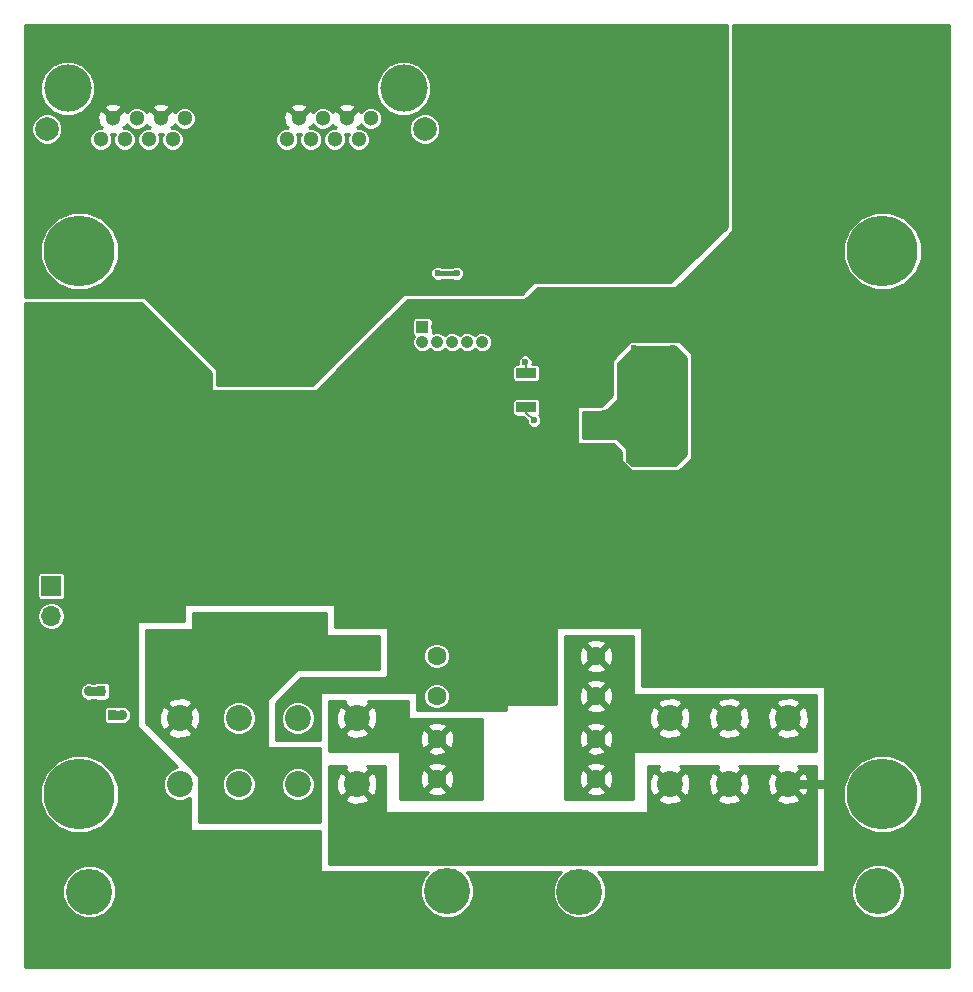
<source format=gtl>
G04 #@! TF.FileFunction,Copper,L1,Top,Signal*
%FSLAX46Y46*%
G04 Gerber Fmt 4.6, Leading zero omitted, Abs format (unit mm)*
G04 Created by KiCad (PCBNEW 4.0.7-e0-6372~58~ubuntu16.10.1) date Tue Oct  3 15:09:46 2017*
%MOMM*%
%LPD*%
G01*
G04 APERTURE LIST*
%ADD10C,0.150000*%
%ADD11R,1.050000X1.050000*%
%ADD12C,1.050000*%
%ADD13R,1.700000X0.900000*%
%ADD14C,6.000000*%
%ADD15C,1.300000*%
%ADD16C,4.000000*%
%ADD17C,2.000000*%
%ADD18C,1.600000*%
%ADD19R,1.700000X1.700000*%
%ADD20O,1.700000X1.700000*%
%ADD21C,2.200000*%
%ADD22C,3.900000*%
%ADD23R,0.800000X0.900000*%
%ADD24C,0.600000*%
%ADD25C,0.889000*%
%ADD26C,0.200000*%
%ADD27C,0.762000*%
%ADD28C,0.400000*%
%ADD29C,1.270000*%
%ADD30C,0.254000*%
G04 APERTURE END LIST*
D10*
D11*
X34050000Y-25950000D03*
D12*
X35320000Y-25950000D03*
X36590000Y-25950000D03*
X37860000Y-25950000D03*
X39130000Y-25950000D03*
X35320000Y-27220000D03*
X36590000Y-27220000D03*
X37860000Y-27220000D03*
X39130000Y-27220000D03*
X34050000Y-27220000D03*
D13*
X42850000Y-29850000D03*
X42850000Y-32750000D03*
D14*
X5000000Y-19500000D03*
X73000000Y-65500000D03*
X73000000Y-19500000D03*
X5000000Y-65500000D03*
D15*
X13925000Y-8290000D03*
X7835000Y-8290000D03*
X11895000Y-8290000D03*
X9865000Y-8290000D03*
X12905000Y-10070000D03*
X10875000Y-10070000D03*
X8845000Y-10070000D03*
X6815000Y-10070000D03*
D16*
X32475000Y-5750000D03*
D17*
X2250000Y-9180000D03*
D15*
X22565000Y-10070000D03*
X24595000Y-10070000D03*
X26625000Y-10070000D03*
X28655000Y-10070000D03*
X25615000Y-8290000D03*
X27645000Y-8290000D03*
X23585000Y-8290000D03*
X29675000Y-8290000D03*
D16*
X4025000Y-5750000D03*
D17*
X34250000Y-9180000D03*
D18*
X48735000Y-53800000D03*
X48735000Y-57200000D03*
X35265000Y-53800000D03*
X35265000Y-57200000D03*
X48735000Y-60800000D03*
X48735000Y-64200000D03*
X35265000Y-60800000D03*
X35265000Y-64200000D03*
D19*
X2625000Y-47875000D03*
D20*
X2625000Y-50415000D03*
D21*
X28500000Y-59050000D03*
X28500000Y-64650000D03*
X23500000Y-64650000D03*
X23500000Y-59050000D03*
X18500000Y-59050000D03*
X13500000Y-59050000D03*
X18500000Y-64650000D03*
D22*
X36150000Y-73700000D03*
D21*
X13500000Y-64650000D03*
D22*
X5850000Y-73750000D03*
D21*
X65000000Y-64650000D03*
X65000000Y-59050000D03*
X60000000Y-59050000D03*
X55000000Y-59050000D03*
X60000000Y-64650000D03*
D22*
X72650000Y-73700000D03*
D21*
X55000000Y-64650000D03*
D22*
X47350000Y-73750000D03*
D23*
X8750000Y-56800000D03*
X6850000Y-56800000D03*
X7800000Y-58800000D03*
D24*
X42750000Y-28900000D03*
D25*
X48500000Y-42750000D03*
X53200000Y-26075000D03*
X57500000Y-27800000D03*
X59500000Y-32300000D03*
X71000000Y-15900000D03*
X69600000Y-17300000D03*
X67200000Y-18900000D03*
X30100000Y-30000000D03*
X33250000Y-32000000D03*
X66500000Y-30000000D03*
X68750000Y-57250000D03*
X64000000Y-51900000D03*
X62000000Y-51900000D03*
X61700000Y-55400000D03*
X63700000Y-55300000D03*
X67900000Y-55600000D03*
X69700000Y-55000000D03*
X65600000Y-54500000D03*
X65600000Y-51900000D03*
X67500000Y-51800000D03*
X69600000Y-51700000D03*
X16700000Y-34200000D03*
X13800000Y-38700000D03*
X24200000Y-39200000D03*
X9100000Y-34800000D03*
X19700000Y-41200000D03*
X45250000Y-48700000D03*
X39200000Y-47600000D03*
X30600000Y-44700000D03*
X36300000Y-43600000D03*
X41200000Y-42800000D03*
X27700000Y-50600000D03*
X63750000Y-1250000D03*
X66250000Y-1250000D03*
X68500000Y-1500000D03*
X70250000Y-1000000D03*
X68750000Y-7750000D03*
X71250000Y-7000000D03*
X65750000Y-9750000D03*
X65750000Y-15250000D03*
X67000000Y-8000000D03*
X67250000Y-13750000D03*
X68750000Y-13750000D03*
X70250000Y-13750000D03*
X67250000Y-10750000D03*
X68750000Y-10750000D03*
X70250000Y-10750000D03*
X77600000Y-9200000D03*
D24*
X70200000Y-5400000D03*
X71400000Y-5400000D03*
X71400000Y-3200000D03*
X70200000Y-3200000D03*
D25*
X70800000Y-4200000D03*
D24*
X36400000Y-32730000D03*
X52750000Y-28750000D03*
D25*
X51000000Y-39250000D03*
X50300000Y-27650000D03*
X46125000Y-26850000D03*
X10775000Y-46125000D03*
X75500000Y-36750000D03*
X75500000Y-42000000D03*
X31950000Y-40850000D03*
X34350000Y-35200000D03*
D24*
X46000000Y-35750000D03*
X49250000Y-35250000D03*
X50500000Y-35250000D03*
X51500000Y-36250000D03*
X51500000Y-37250000D03*
X54750000Y-37500000D03*
X56250000Y-36500000D03*
X56250000Y-35000000D03*
X56250000Y-33250000D03*
X56250000Y-30750000D03*
X56250000Y-28750000D03*
X55250000Y-27750000D03*
X52000000Y-27750000D03*
X50750000Y-29250000D03*
X50750000Y-32250000D03*
X49500000Y-33250000D03*
D25*
X1275000Y-41525000D03*
X13225000Y-48375000D03*
X42050000Y-25850000D03*
X8650000Y-30950000D03*
X7375000Y-30950000D03*
X6350000Y-47050000D03*
X50500000Y-43475000D03*
X22100000Y-40000000D03*
X17350000Y-41900000D03*
X23500000Y-42050000D03*
X25725000Y-42125000D03*
X25350000Y-48000000D03*
X17850000Y-47950000D03*
X57000000Y-50500000D03*
X4225000Y-35975000D03*
X75750000Y-45750000D03*
X48650000Y-50150000D03*
X24750000Y-51000000D03*
X30000000Y-52750000D03*
X19750000Y-56250000D03*
X12050000Y-55700000D03*
X17500000Y-51100000D03*
D24*
X43500000Y-33850000D03*
D25*
X48250000Y-5250000D03*
X54750000Y-5250000D03*
X36750000Y-6000000D03*
X38250000Y-8250000D03*
X41750000Y-7664998D03*
X41750000Y-6250000D03*
X38250000Y-6000000D03*
X40000000Y-15000000D03*
X35500000Y-13750000D03*
X35500000Y-12250000D03*
X37500000Y-12000000D03*
X53250000Y-16500000D03*
X50250000Y-16000000D03*
X45500000Y-16500000D03*
X45500000Y-15000000D03*
X45500000Y-13500000D03*
X48750000Y-13500000D03*
X48750000Y-15000000D03*
X48750000Y-16500000D03*
D24*
X39750000Y-20000000D03*
D25*
X40250000Y-22000000D03*
X38750000Y-21500000D03*
X29750000Y-22750000D03*
X32750000Y-21750000D03*
X32250000Y-17000000D03*
X37250000Y-15250000D03*
X40100000Y-16900000D03*
D24*
X39750000Y-18000000D03*
D25*
X38500000Y-16800000D03*
D24*
X39000000Y-20000000D03*
X39000000Y-18000000D03*
D25*
X39350000Y-18975000D03*
X50250000Y-18000000D03*
X51800000Y-17150000D03*
X26750000Y-24275000D03*
X24250000Y-24925000D03*
X16300000Y-25150000D03*
X13400000Y-24000000D03*
X13400000Y-17400000D03*
X14600000Y-20700000D03*
X27850000Y-19050000D03*
X5800000Y-56800000D03*
D24*
X35350000Y-21400000D03*
X36950000Y-21400000D03*
D25*
X8600000Y-58800000D03*
D26*
X42850000Y-29850000D02*
X42850000Y-29000000D01*
X42850000Y-29000000D02*
X42750000Y-28900000D01*
D27*
X68800000Y-17300000D02*
X69600000Y-17300000D01*
X67200000Y-18900000D02*
X68800000Y-17300000D01*
X65000000Y-64650000D02*
X68650000Y-64650000D01*
X69000000Y-57500000D02*
X68750000Y-57250000D01*
X69000000Y-64300000D02*
X69000000Y-57500000D01*
X68650000Y-64650000D02*
X69000000Y-64300000D01*
X66250000Y-1250000D02*
X63750000Y-1250000D01*
X69750000Y-1500000D02*
X68500000Y-1500000D01*
X70250000Y-1000000D02*
X69750000Y-1500000D01*
X65750000Y-15250000D02*
X65750000Y-9750000D01*
X70250000Y-13750000D02*
X68750000Y-13750000D01*
X67250000Y-10750000D02*
X68750000Y-10750000D01*
X70400000Y-5400000D02*
X70200000Y-5400000D01*
X71200000Y-5600000D02*
X71400000Y-5400000D01*
X71200000Y-3200000D02*
X71400000Y-3200000D01*
D28*
X8500000Y-30950000D02*
X8650000Y-30950000D01*
X7375000Y-30950000D02*
X8500000Y-30950000D01*
X24900000Y-47550000D02*
X25350000Y-48000000D01*
X18250000Y-47550000D02*
X24900000Y-47550000D01*
X17850000Y-47950000D02*
X18250000Y-47550000D01*
D27*
X12050000Y-55700000D02*
X12000000Y-55750000D01*
D26*
X42850000Y-32750000D02*
X42850000Y-33200000D01*
X42850000Y-33200000D02*
X43500000Y-33850000D01*
D29*
X41750000Y-7664998D02*
X41750000Y-7750000D01*
D28*
X36500000Y-11000000D02*
X35500000Y-12250000D01*
X37500000Y-12000000D02*
X36500000Y-11000000D01*
D27*
X45500000Y-13500000D02*
X45500000Y-15000000D01*
X48750000Y-13500000D02*
X48750000Y-15000000D01*
X39750000Y-20000000D02*
X39750000Y-20500000D01*
X39750000Y-20500000D02*
X38750000Y-21500000D01*
X39750000Y-17250000D02*
X40100000Y-16900000D01*
X39750000Y-18000000D02*
X39750000Y-17250000D01*
X6850000Y-56800000D02*
X5800000Y-56800000D01*
D28*
X36950000Y-21400000D02*
X35350000Y-21400000D01*
D27*
X8600000Y-58800000D02*
X7800000Y-58800000D01*
D30*
G36*
X59873000Y-17446235D02*
X55048548Y-22123000D01*
X43500000Y-22123000D01*
X43450590Y-22133006D01*
X43410197Y-22160197D01*
X42447394Y-23123000D01*
X32500000Y-23123000D01*
X32450590Y-23133006D01*
X32410197Y-23160197D01*
X24697394Y-30873000D01*
X16627000Y-30873000D01*
X16627000Y-29500000D01*
X16616994Y-29450590D01*
X16589803Y-29410197D01*
X10589803Y-23410197D01*
X10547789Y-23382334D01*
X10500000Y-23373000D01*
X377000Y-23373000D01*
X377000Y-20158878D01*
X1672424Y-20158878D01*
X2177862Y-21382132D01*
X3112945Y-22318849D01*
X4335315Y-22826421D01*
X5658878Y-22827576D01*
X6882132Y-22322138D01*
X7681493Y-21524171D01*
X34722891Y-21524171D01*
X34818145Y-21754703D01*
X34994369Y-21931235D01*
X35224735Y-22026891D01*
X35474171Y-22027109D01*
X35704703Y-21931855D01*
X35709566Y-21927000D01*
X36590141Y-21927000D01*
X36594369Y-21931235D01*
X36824735Y-22026891D01*
X37074171Y-22027109D01*
X37304703Y-21931855D01*
X37481235Y-21755631D01*
X37576891Y-21525265D01*
X37577109Y-21275829D01*
X37481855Y-21045297D01*
X37305631Y-20868765D01*
X37075265Y-20773109D01*
X36825829Y-20772891D01*
X36595297Y-20868145D01*
X36590434Y-20873000D01*
X35709859Y-20873000D01*
X35705631Y-20868765D01*
X35475265Y-20773109D01*
X35225829Y-20772891D01*
X34995297Y-20868145D01*
X34818765Y-21044369D01*
X34723109Y-21274735D01*
X34722891Y-21524171D01*
X7681493Y-21524171D01*
X7818849Y-21387055D01*
X8326421Y-20164685D01*
X8327576Y-18841122D01*
X7822138Y-17617868D01*
X6887055Y-16681151D01*
X5664685Y-16173579D01*
X4341122Y-16172424D01*
X3117868Y-16677862D01*
X2181151Y-17612945D01*
X1673579Y-18835315D01*
X1672424Y-20158878D01*
X377000Y-20158878D01*
X377000Y-9442798D01*
X922771Y-9442798D01*
X1124369Y-9930703D01*
X1497334Y-10304319D01*
X1984885Y-10506769D01*
X2512798Y-10507229D01*
X3000703Y-10305631D01*
X3042922Y-10263485D01*
X5837830Y-10263485D01*
X5986256Y-10622703D01*
X6260851Y-10897778D01*
X6619810Y-11046830D01*
X7008485Y-11047170D01*
X7367703Y-10898744D01*
X7642778Y-10624149D01*
X7791830Y-10265190D01*
X7792170Y-9876515D01*
X7672364Y-9586564D01*
X7995629Y-9567853D01*
X7868170Y-9874810D01*
X7867830Y-10263485D01*
X8016256Y-10622703D01*
X8290851Y-10897778D01*
X8649810Y-11046830D01*
X9038485Y-11047170D01*
X9397703Y-10898744D01*
X9672778Y-10624149D01*
X9821830Y-10265190D01*
X9822170Y-9876515D01*
X9673744Y-9517297D01*
X9399149Y-9242222D01*
X9040190Y-9093170D01*
X8817583Y-9092975D01*
X8734018Y-9009410D01*
X8964611Y-8953729D01*
X9018338Y-8799337D01*
X9036256Y-8842703D01*
X9310851Y-9117778D01*
X9669810Y-9266830D01*
X10058485Y-9267170D01*
X10417703Y-9118744D01*
X10692778Y-8844149D01*
X10706405Y-8811330D01*
X10765389Y-8953729D01*
X10995982Y-9009410D01*
X10912360Y-9093032D01*
X10681515Y-9092830D01*
X10322297Y-9241256D01*
X10047222Y-9515851D01*
X9898170Y-9874810D01*
X9897830Y-10263485D01*
X10046256Y-10622703D01*
X10320851Y-10897778D01*
X10679810Y-11046830D01*
X11068485Y-11047170D01*
X11427703Y-10898744D01*
X11702778Y-10624149D01*
X11851830Y-10265190D01*
X11852170Y-9876515D01*
X11732364Y-9586564D01*
X12055629Y-9567853D01*
X11928170Y-9874810D01*
X11927830Y-10263485D01*
X12076256Y-10622703D01*
X12350851Y-10897778D01*
X12709810Y-11046830D01*
X13098485Y-11047170D01*
X13457703Y-10898744D01*
X13732778Y-10624149D01*
X13881830Y-10265190D01*
X13881831Y-10263485D01*
X21587830Y-10263485D01*
X21736256Y-10622703D01*
X22010851Y-10897778D01*
X22369810Y-11046830D01*
X22758485Y-11047170D01*
X23117703Y-10898744D01*
X23392778Y-10624149D01*
X23541830Y-10265190D01*
X23542170Y-9876515D01*
X23422364Y-9586564D01*
X23745629Y-9567853D01*
X23618170Y-9874810D01*
X23617830Y-10263485D01*
X23766256Y-10622703D01*
X24040851Y-10897778D01*
X24399810Y-11046830D01*
X24788485Y-11047170D01*
X25147703Y-10898744D01*
X25422778Y-10624149D01*
X25571830Y-10265190D01*
X25572170Y-9876515D01*
X25423744Y-9517297D01*
X25149149Y-9242222D01*
X24790190Y-9093170D01*
X24567583Y-9092975D01*
X24484018Y-9009410D01*
X24714611Y-8953729D01*
X24768338Y-8799337D01*
X24786256Y-8842703D01*
X25060851Y-9117778D01*
X25419810Y-9266830D01*
X25808485Y-9267170D01*
X26167703Y-9118744D01*
X26442778Y-8844149D01*
X26456405Y-8811330D01*
X26515389Y-8953729D01*
X26745982Y-9009410D01*
X26662360Y-9093032D01*
X26431515Y-9092830D01*
X26072297Y-9241256D01*
X25797222Y-9515851D01*
X25648170Y-9874810D01*
X25647830Y-10263485D01*
X25796256Y-10622703D01*
X26070851Y-10897778D01*
X26429810Y-11046830D01*
X26818485Y-11047170D01*
X27177703Y-10898744D01*
X27452778Y-10624149D01*
X27601830Y-10265190D01*
X27602170Y-9876515D01*
X27482364Y-9586564D01*
X27805629Y-9567853D01*
X27678170Y-9874810D01*
X27677830Y-10263485D01*
X27826256Y-10622703D01*
X28100851Y-10897778D01*
X28459810Y-11046830D01*
X28848485Y-11047170D01*
X29207703Y-10898744D01*
X29482778Y-10624149D01*
X29631830Y-10265190D01*
X29632170Y-9876515D01*
X29483744Y-9517297D01*
X29409375Y-9442798D01*
X32922771Y-9442798D01*
X33124369Y-9930703D01*
X33497334Y-10304319D01*
X33984885Y-10506769D01*
X34512798Y-10507229D01*
X35000703Y-10305631D01*
X35374319Y-9932666D01*
X35576769Y-9445115D01*
X35577229Y-8917202D01*
X35375631Y-8429297D01*
X35002666Y-8055681D01*
X34515115Y-7853231D01*
X33987202Y-7852771D01*
X33499297Y-8054369D01*
X33125681Y-8427334D01*
X32923231Y-8914885D01*
X32922771Y-9442798D01*
X29409375Y-9442798D01*
X29209149Y-9242222D01*
X28850190Y-9093170D01*
X28627583Y-9092975D01*
X28544018Y-9009410D01*
X28774611Y-8953729D01*
X28828338Y-8799337D01*
X28846256Y-8842703D01*
X29120851Y-9117778D01*
X29479810Y-9266830D01*
X29868485Y-9267170D01*
X30227703Y-9118744D01*
X30502778Y-8844149D01*
X30651830Y-8485190D01*
X30652170Y-8096515D01*
X30503744Y-7737297D01*
X30229149Y-7462222D01*
X29870190Y-7313170D01*
X29481515Y-7312830D01*
X29122297Y-7461256D01*
X28847222Y-7735851D01*
X28833595Y-7768670D01*
X28774611Y-7626271D01*
X28544016Y-7570590D01*
X27824605Y-8290000D01*
X27838748Y-8304142D01*
X27659142Y-8483748D01*
X27645000Y-8469605D01*
X27630858Y-8483748D01*
X27451252Y-8304142D01*
X27465395Y-8290000D01*
X26745984Y-7570590D01*
X26515389Y-7626271D01*
X26461662Y-7780663D01*
X26443744Y-7737297D01*
X26169149Y-7462222D01*
X25997588Y-7390984D01*
X26925590Y-7390984D01*
X27645000Y-8110395D01*
X28364410Y-7390984D01*
X28308729Y-7160389D01*
X27825922Y-6992378D01*
X27315572Y-7021917D01*
X26981271Y-7160389D01*
X26925590Y-7390984D01*
X25997588Y-7390984D01*
X25810190Y-7313170D01*
X25421515Y-7312830D01*
X25062297Y-7461256D01*
X24787222Y-7735851D01*
X24773595Y-7768670D01*
X24714611Y-7626271D01*
X24484016Y-7570590D01*
X23764605Y-8290000D01*
X23778748Y-8304142D01*
X23599142Y-8483748D01*
X23585000Y-8469605D01*
X23570858Y-8483748D01*
X23391252Y-8304142D01*
X23405395Y-8290000D01*
X22685984Y-7570590D01*
X22455389Y-7626271D01*
X22287378Y-8109078D01*
X22316917Y-8619428D01*
X22455389Y-8953729D01*
X22685982Y-9009410D01*
X22602360Y-9093032D01*
X22371515Y-9092830D01*
X22012297Y-9241256D01*
X21737222Y-9515851D01*
X21588170Y-9874810D01*
X21587830Y-10263485D01*
X13881831Y-10263485D01*
X13882170Y-9876515D01*
X13733744Y-9517297D01*
X13459149Y-9242222D01*
X13100190Y-9093170D01*
X12877583Y-9092975D01*
X12794018Y-9009410D01*
X13024611Y-8953729D01*
X13078338Y-8799337D01*
X13096256Y-8842703D01*
X13370851Y-9117778D01*
X13729810Y-9266830D01*
X14118485Y-9267170D01*
X14477703Y-9118744D01*
X14752778Y-8844149D01*
X14901830Y-8485190D01*
X14902170Y-8096515D01*
X14753744Y-7737297D01*
X14479149Y-7462222D01*
X14307588Y-7390984D01*
X22865590Y-7390984D01*
X23585000Y-8110395D01*
X24304410Y-7390984D01*
X24248729Y-7160389D01*
X23765922Y-6992378D01*
X23255572Y-7021917D01*
X22921271Y-7160389D01*
X22865590Y-7390984D01*
X14307588Y-7390984D01*
X14120190Y-7313170D01*
X13731515Y-7312830D01*
X13372297Y-7461256D01*
X13097222Y-7735851D01*
X13083595Y-7768670D01*
X13024611Y-7626271D01*
X12794016Y-7570590D01*
X12074605Y-8290000D01*
X12088748Y-8304142D01*
X11909142Y-8483748D01*
X11895000Y-8469605D01*
X11880858Y-8483748D01*
X11701252Y-8304142D01*
X11715395Y-8290000D01*
X10995984Y-7570590D01*
X10765389Y-7626271D01*
X10711662Y-7780663D01*
X10693744Y-7737297D01*
X10419149Y-7462222D01*
X10247588Y-7390984D01*
X11175590Y-7390984D01*
X11895000Y-8110395D01*
X12614410Y-7390984D01*
X12558729Y-7160389D01*
X12075922Y-6992378D01*
X11565572Y-7021917D01*
X11231271Y-7160389D01*
X11175590Y-7390984D01*
X10247588Y-7390984D01*
X10060190Y-7313170D01*
X9671515Y-7312830D01*
X9312297Y-7461256D01*
X9037222Y-7735851D01*
X9023595Y-7768670D01*
X8964611Y-7626271D01*
X8734016Y-7570590D01*
X8014605Y-8290000D01*
X8028748Y-8304142D01*
X7849142Y-8483748D01*
X7835000Y-8469605D01*
X7820858Y-8483748D01*
X7641252Y-8304142D01*
X7655395Y-8290000D01*
X6935984Y-7570590D01*
X6705389Y-7626271D01*
X6537378Y-8109078D01*
X6566917Y-8619428D01*
X6705389Y-8953729D01*
X6935982Y-9009410D01*
X6852360Y-9093032D01*
X6621515Y-9092830D01*
X6262297Y-9241256D01*
X5987222Y-9515851D01*
X5838170Y-9874810D01*
X5837830Y-10263485D01*
X3042922Y-10263485D01*
X3374319Y-9932666D01*
X3576769Y-9445115D01*
X3577229Y-8917202D01*
X3375631Y-8429297D01*
X3002666Y-8055681D01*
X2515115Y-7853231D01*
X1987202Y-7852771D01*
X1499297Y-8054369D01*
X1125681Y-8427334D01*
X923231Y-8914885D01*
X922771Y-9442798D01*
X377000Y-9442798D01*
X377000Y-6210838D01*
X1697597Y-6210838D01*
X2051115Y-7066418D01*
X2705139Y-7721585D01*
X3560100Y-8076596D01*
X4485838Y-8077403D01*
X5341418Y-7723885D01*
X5674900Y-7390984D01*
X7115590Y-7390984D01*
X7835000Y-8110395D01*
X8554410Y-7390984D01*
X8498729Y-7160389D01*
X8015922Y-6992378D01*
X7505572Y-7021917D01*
X7171271Y-7160389D01*
X7115590Y-7390984D01*
X5674900Y-7390984D01*
X5996585Y-7069861D01*
X6351596Y-6214900D01*
X6351599Y-6210838D01*
X30147597Y-6210838D01*
X30501115Y-7066418D01*
X31155139Y-7721585D01*
X32010100Y-8076596D01*
X32935838Y-8077403D01*
X33791418Y-7723885D01*
X34446585Y-7069861D01*
X34801596Y-6214900D01*
X34802403Y-5289162D01*
X34448885Y-4433582D01*
X33794861Y-3778415D01*
X32939900Y-3423404D01*
X32014162Y-3422597D01*
X31158582Y-3776115D01*
X30503415Y-4430139D01*
X30148404Y-5285100D01*
X30147597Y-6210838D01*
X6351599Y-6210838D01*
X6352403Y-5289162D01*
X5998885Y-4433582D01*
X5344861Y-3778415D01*
X4489900Y-3423404D01*
X3564162Y-3422597D01*
X2708582Y-3776115D01*
X2053415Y-4430139D01*
X1698404Y-5285100D01*
X1697597Y-6210838D01*
X377000Y-6210838D01*
X377000Y-377000D01*
X59873000Y-377000D01*
X59873000Y-17446235D01*
X59873000Y-17446235D01*
G37*
X59873000Y-17446235D02*
X55048548Y-22123000D01*
X43500000Y-22123000D01*
X43450590Y-22133006D01*
X43410197Y-22160197D01*
X42447394Y-23123000D01*
X32500000Y-23123000D01*
X32450590Y-23133006D01*
X32410197Y-23160197D01*
X24697394Y-30873000D01*
X16627000Y-30873000D01*
X16627000Y-29500000D01*
X16616994Y-29450590D01*
X16589803Y-29410197D01*
X10589803Y-23410197D01*
X10547789Y-23382334D01*
X10500000Y-23373000D01*
X377000Y-23373000D01*
X377000Y-20158878D01*
X1672424Y-20158878D01*
X2177862Y-21382132D01*
X3112945Y-22318849D01*
X4335315Y-22826421D01*
X5658878Y-22827576D01*
X6882132Y-22322138D01*
X7681493Y-21524171D01*
X34722891Y-21524171D01*
X34818145Y-21754703D01*
X34994369Y-21931235D01*
X35224735Y-22026891D01*
X35474171Y-22027109D01*
X35704703Y-21931855D01*
X35709566Y-21927000D01*
X36590141Y-21927000D01*
X36594369Y-21931235D01*
X36824735Y-22026891D01*
X37074171Y-22027109D01*
X37304703Y-21931855D01*
X37481235Y-21755631D01*
X37576891Y-21525265D01*
X37577109Y-21275829D01*
X37481855Y-21045297D01*
X37305631Y-20868765D01*
X37075265Y-20773109D01*
X36825829Y-20772891D01*
X36595297Y-20868145D01*
X36590434Y-20873000D01*
X35709859Y-20873000D01*
X35705631Y-20868765D01*
X35475265Y-20773109D01*
X35225829Y-20772891D01*
X34995297Y-20868145D01*
X34818765Y-21044369D01*
X34723109Y-21274735D01*
X34722891Y-21524171D01*
X7681493Y-21524171D01*
X7818849Y-21387055D01*
X8326421Y-20164685D01*
X8327576Y-18841122D01*
X7822138Y-17617868D01*
X6887055Y-16681151D01*
X5664685Y-16173579D01*
X4341122Y-16172424D01*
X3117868Y-16677862D01*
X2181151Y-17612945D01*
X1673579Y-18835315D01*
X1672424Y-20158878D01*
X377000Y-20158878D01*
X377000Y-9442798D01*
X922771Y-9442798D01*
X1124369Y-9930703D01*
X1497334Y-10304319D01*
X1984885Y-10506769D01*
X2512798Y-10507229D01*
X3000703Y-10305631D01*
X3042922Y-10263485D01*
X5837830Y-10263485D01*
X5986256Y-10622703D01*
X6260851Y-10897778D01*
X6619810Y-11046830D01*
X7008485Y-11047170D01*
X7367703Y-10898744D01*
X7642778Y-10624149D01*
X7791830Y-10265190D01*
X7792170Y-9876515D01*
X7672364Y-9586564D01*
X7995629Y-9567853D01*
X7868170Y-9874810D01*
X7867830Y-10263485D01*
X8016256Y-10622703D01*
X8290851Y-10897778D01*
X8649810Y-11046830D01*
X9038485Y-11047170D01*
X9397703Y-10898744D01*
X9672778Y-10624149D01*
X9821830Y-10265190D01*
X9822170Y-9876515D01*
X9673744Y-9517297D01*
X9399149Y-9242222D01*
X9040190Y-9093170D01*
X8817583Y-9092975D01*
X8734018Y-9009410D01*
X8964611Y-8953729D01*
X9018338Y-8799337D01*
X9036256Y-8842703D01*
X9310851Y-9117778D01*
X9669810Y-9266830D01*
X10058485Y-9267170D01*
X10417703Y-9118744D01*
X10692778Y-8844149D01*
X10706405Y-8811330D01*
X10765389Y-8953729D01*
X10995982Y-9009410D01*
X10912360Y-9093032D01*
X10681515Y-9092830D01*
X10322297Y-9241256D01*
X10047222Y-9515851D01*
X9898170Y-9874810D01*
X9897830Y-10263485D01*
X10046256Y-10622703D01*
X10320851Y-10897778D01*
X10679810Y-11046830D01*
X11068485Y-11047170D01*
X11427703Y-10898744D01*
X11702778Y-10624149D01*
X11851830Y-10265190D01*
X11852170Y-9876515D01*
X11732364Y-9586564D01*
X12055629Y-9567853D01*
X11928170Y-9874810D01*
X11927830Y-10263485D01*
X12076256Y-10622703D01*
X12350851Y-10897778D01*
X12709810Y-11046830D01*
X13098485Y-11047170D01*
X13457703Y-10898744D01*
X13732778Y-10624149D01*
X13881830Y-10265190D01*
X13881831Y-10263485D01*
X21587830Y-10263485D01*
X21736256Y-10622703D01*
X22010851Y-10897778D01*
X22369810Y-11046830D01*
X22758485Y-11047170D01*
X23117703Y-10898744D01*
X23392778Y-10624149D01*
X23541830Y-10265190D01*
X23542170Y-9876515D01*
X23422364Y-9586564D01*
X23745629Y-9567853D01*
X23618170Y-9874810D01*
X23617830Y-10263485D01*
X23766256Y-10622703D01*
X24040851Y-10897778D01*
X24399810Y-11046830D01*
X24788485Y-11047170D01*
X25147703Y-10898744D01*
X25422778Y-10624149D01*
X25571830Y-10265190D01*
X25572170Y-9876515D01*
X25423744Y-9517297D01*
X25149149Y-9242222D01*
X24790190Y-9093170D01*
X24567583Y-9092975D01*
X24484018Y-9009410D01*
X24714611Y-8953729D01*
X24768338Y-8799337D01*
X24786256Y-8842703D01*
X25060851Y-9117778D01*
X25419810Y-9266830D01*
X25808485Y-9267170D01*
X26167703Y-9118744D01*
X26442778Y-8844149D01*
X26456405Y-8811330D01*
X26515389Y-8953729D01*
X26745982Y-9009410D01*
X26662360Y-9093032D01*
X26431515Y-9092830D01*
X26072297Y-9241256D01*
X25797222Y-9515851D01*
X25648170Y-9874810D01*
X25647830Y-10263485D01*
X25796256Y-10622703D01*
X26070851Y-10897778D01*
X26429810Y-11046830D01*
X26818485Y-11047170D01*
X27177703Y-10898744D01*
X27452778Y-10624149D01*
X27601830Y-10265190D01*
X27602170Y-9876515D01*
X27482364Y-9586564D01*
X27805629Y-9567853D01*
X27678170Y-9874810D01*
X27677830Y-10263485D01*
X27826256Y-10622703D01*
X28100851Y-10897778D01*
X28459810Y-11046830D01*
X28848485Y-11047170D01*
X29207703Y-10898744D01*
X29482778Y-10624149D01*
X29631830Y-10265190D01*
X29632170Y-9876515D01*
X29483744Y-9517297D01*
X29409375Y-9442798D01*
X32922771Y-9442798D01*
X33124369Y-9930703D01*
X33497334Y-10304319D01*
X33984885Y-10506769D01*
X34512798Y-10507229D01*
X35000703Y-10305631D01*
X35374319Y-9932666D01*
X35576769Y-9445115D01*
X35577229Y-8917202D01*
X35375631Y-8429297D01*
X35002666Y-8055681D01*
X34515115Y-7853231D01*
X33987202Y-7852771D01*
X33499297Y-8054369D01*
X33125681Y-8427334D01*
X32923231Y-8914885D01*
X32922771Y-9442798D01*
X29409375Y-9442798D01*
X29209149Y-9242222D01*
X28850190Y-9093170D01*
X28627583Y-9092975D01*
X28544018Y-9009410D01*
X28774611Y-8953729D01*
X28828338Y-8799337D01*
X28846256Y-8842703D01*
X29120851Y-9117778D01*
X29479810Y-9266830D01*
X29868485Y-9267170D01*
X30227703Y-9118744D01*
X30502778Y-8844149D01*
X30651830Y-8485190D01*
X30652170Y-8096515D01*
X30503744Y-7737297D01*
X30229149Y-7462222D01*
X29870190Y-7313170D01*
X29481515Y-7312830D01*
X29122297Y-7461256D01*
X28847222Y-7735851D01*
X28833595Y-7768670D01*
X28774611Y-7626271D01*
X28544016Y-7570590D01*
X27824605Y-8290000D01*
X27838748Y-8304142D01*
X27659142Y-8483748D01*
X27645000Y-8469605D01*
X27630858Y-8483748D01*
X27451252Y-8304142D01*
X27465395Y-8290000D01*
X26745984Y-7570590D01*
X26515389Y-7626271D01*
X26461662Y-7780663D01*
X26443744Y-7737297D01*
X26169149Y-7462222D01*
X25997588Y-7390984D01*
X26925590Y-7390984D01*
X27645000Y-8110395D01*
X28364410Y-7390984D01*
X28308729Y-7160389D01*
X27825922Y-6992378D01*
X27315572Y-7021917D01*
X26981271Y-7160389D01*
X26925590Y-7390984D01*
X25997588Y-7390984D01*
X25810190Y-7313170D01*
X25421515Y-7312830D01*
X25062297Y-7461256D01*
X24787222Y-7735851D01*
X24773595Y-7768670D01*
X24714611Y-7626271D01*
X24484016Y-7570590D01*
X23764605Y-8290000D01*
X23778748Y-8304142D01*
X23599142Y-8483748D01*
X23585000Y-8469605D01*
X23570858Y-8483748D01*
X23391252Y-8304142D01*
X23405395Y-8290000D01*
X22685984Y-7570590D01*
X22455389Y-7626271D01*
X22287378Y-8109078D01*
X22316917Y-8619428D01*
X22455389Y-8953729D01*
X22685982Y-9009410D01*
X22602360Y-9093032D01*
X22371515Y-9092830D01*
X22012297Y-9241256D01*
X21737222Y-9515851D01*
X21588170Y-9874810D01*
X21587830Y-10263485D01*
X13881831Y-10263485D01*
X13882170Y-9876515D01*
X13733744Y-9517297D01*
X13459149Y-9242222D01*
X13100190Y-9093170D01*
X12877583Y-9092975D01*
X12794018Y-9009410D01*
X13024611Y-8953729D01*
X13078338Y-8799337D01*
X13096256Y-8842703D01*
X13370851Y-9117778D01*
X13729810Y-9266830D01*
X14118485Y-9267170D01*
X14477703Y-9118744D01*
X14752778Y-8844149D01*
X14901830Y-8485190D01*
X14902170Y-8096515D01*
X14753744Y-7737297D01*
X14479149Y-7462222D01*
X14307588Y-7390984D01*
X22865590Y-7390984D01*
X23585000Y-8110395D01*
X24304410Y-7390984D01*
X24248729Y-7160389D01*
X23765922Y-6992378D01*
X23255572Y-7021917D01*
X22921271Y-7160389D01*
X22865590Y-7390984D01*
X14307588Y-7390984D01*
X14120190Y-7313170D01*
X13731515Y-7312830D01*
X13372297Y-7461256D01*
X13097222Y-7735851D01*
X13083595Y-7768670D01*
X13024611Y-7626271D01*
X12794016Y-7570590D01*
X12074605Y-8290000D01*
X12088748Y-8304142D01*
X11909142Y-8483748D01*
X11895000Y-8469605D01*
X11880858Y-8483748D01*
X11701252Y-8304142D01*
X11715395Y-8290000D01*
X10995984Y-7570590D01*
X10765389Y-7626271D01*
X10711662Y-7780663D01*
X10693744Y-7737297D01*
X10419149Y-7462222D01*
X10247588Y-7390984D01*
X11175590Y-7390984D01*
X11895000Y-8110395D01*
X12614410Y-7390984D01*
X12558729Y-7160389D01*
X12075922Y-6992378D01*
X11565572Y-7021917D01*
X11231271Y-7160389D01*
X11175590Y-7390984D01*
X10247588Y-7390984D01*
X10060190Y-7313170D01*
X9671515Y-7312830D01*
X9312297Y-7461256D01*
X9037222Y-7735851D01*
X9023595Y-7768670D01*
X8964611Y-7626271D01*
X8734016Y-7570590D01*
X8014605Y-8290000D01*
X8028748Y-8304142D01*
X7849142Y-8483748D01*
X7835000Y-8469605D01*
X7820858Y-8483748D01*
X7641252Y-8304142D01*
X7655395Y-8290000D01*
X6935984Y-7570590D01*
X6705389Y-7626271D01*
X6537378Y-8109078D01*
X6566917Y-8619428D01*
X6705389Y-8953729D01*
X6935982Y-9009410D01*
X6852360Y-9093032D01*
X6621515Y-9092830D01*
X6262297Y-9241256D01*
X5987222Y-9515851D01*
X5838170Y-9874810D01*
X5837830Y-10263485D01*
X3042922Y-10263485D01*
X3374319Y-9932666D01*
X3576769Y-9445115D01*
X3577229Y-8917202D01*
X3375631Y-8429297D01*
X3002666Y-8055681D01*
X2515115Y-7853231D01*
X1987202Y-7852771D01*
X1499297Y-8054369D01*
X1125681Y-8427334D01*
X923231Y-8914885D01*
X922771Y-9442798D01*
X377000Y-9442798D01*
X377000Y-6210838D01*
X1697597Y-6210838D01*
X2051115Y-7066418D01*
X2705139Y-7721585D01*
X3560100Y-8076596D01*
X4485838Y-8077403D01*
X5341418Y-7723885D01*
X5674900Y-7390984D01*
X7115590Y-7390984D01*
X7835000Y-8110395D01*
X8554410Y-7390984D01*
X8498729Y-7160389D01*
X8015922Y-6992378D01*
X7505572Y-7021917D01*
X7171271Y-7160389D01*
X7115590Y-7390984D01*
X5674900Y-7390984D01*
X5996585Y-7069861D01*
X6351596Y-6214900D01*
X6351599Y-6210838D01*
X30147597Y-6210838D01*
X30501115Y-7066418D01*
X31155139Y-7721585D01*
X32010100Y-8076596D01*
X32935838Y-8077403D01*
X33791418Y-7723885D01*
X34446585Y-7069861D01*
X34801596Y-6214900D01*
X34802403Y-5289162D01*
X34448885Y-4433582D01*
X33794861Y-3778415D01*
X32939900Y-3423404D01*
X32014162Y-3422597D01*
X31158582Y-3776115D01*
X30503415Y-4430139D01*
X30148404Y-5285100D01*
X30147597Y-6210838D01*
X6351599Y-6210838D01*
X6352403Y-5289162D01*
X5998885Y-4433582D01*
X5344861Y-3778415D01*
X4489900Y-3423404D01*
X3564162Y-3422597D01*
X2708582Y-3776115D01*
X2053415Y-4430139D01*
X1698404Y-5285100D01*
X1697597Y-6210838D01*
X377000Y-6210838D01*
X377000Y-377000D01*
X59873000Y-377000D01*
X59873000Y-17446235D01*
G36*
X56373000Y-28552606D02*
X56373000Y-36697394D01*
X55447394Y-37623000D01*
X51802606Y-37623000D01*
X51377000Y-37197394D01*
X51377000Y-36250000D01*
X51366994Y-36200590D01*
X51339803Y-36160197D01*
X50589803Y-35410197D01*
X50547789Y-35382334D01*
X50500000Y-35373000D01*
X47627000Y-35373000D01*
X47627000Y-33127000D01*
X49500000Y-33127000D01*
X49549410Y-33116994D01*
X49589803Y-33089803D01*
X50589803Y-32089803D01*
X50617666Y-32047789D01*
X50627000Y-32000000D01*
X50627000Y-29052606D01*
X52052606Y-27627000D01*
X55447394Y-27627000D01*
X56373000Y-28552606D01*
X56373000Y-28552606D01*
G37*
X56373000Y-28552606D02*
X56373000Y-36697394D01*
X55447394Y-37623000D01*
X51802606Y-37623000D01*
X51377000Y-37197394D01*
X51377000Y-36250000D01*
X51366994Y-36200590D01*
X51339803Y-36160197D01*
X50589803Y-35410197D01*
X50547789Y-35382334D01*
X50500000Y-35373000D01*
X47627000Y-35373000D01*
X47627000Y-33127000D01*
X49500000Y-33127000D01*
X49549410Y-33116994D01*
X49589803Y-33089803D01*
X50589803Y-32089803D01*
X50617666Y-32047789D01*
X50627000Y-32000000D01*
X50627000Y-29052606D01*
X52052606Y-27627000D01*
X55447394Y-27627000D01*
X56373000Y-28552606D01*
G36*
X78623000Y-80123000D02*
X377000Y-80123000D01*
X377000Y-74200936D01*
X3572606Y-74200936D01*
X3918528Y-75038132D01*
X4558499Y-75679221D01*
X5395090Y-76026604D01*
X6300936Y-76027394D01*
X7138132Y-75681472D01*
X7779221Y-75041501D01*
X8126604Y-74204910D01*
X8127394Y-73299064D01*
X7781472Y-72461868D01*
X7141501Y-71820779D01*
X6304910Y-71473396D01*
X5399064Y-71472606D01*
X4561868Y-71818528D01*
X3920779Y-72458499D01*
X3573396Y-73295090D01*
X3572606Y-74200936D01*
X377000Y-74200936D01*
X377000Y-66158878D01*
X1672424Y-66158878D01*
X2177862Y-67382132D01*
X3112945Y-68318849D01*
X4335315Y-68826421D01*
X5658878Y-68827576D01*
X6882132Y-68322138D01*
X7818849Y-67387055D01*
X8326421Y-66164685D01*
X8327576Y-64841122D01*
X7822138Y-63617868D01*
X6887055Y-62681151D01*
X5664685Y-62173579D01*
X4341122Y-62172424D01*
X3117868Y-62677862D01*
X2181151Y-63612945D01*
X1673579Y-64835315D01*
X1672424Y-66158878D01*
X377000Y-66158878D01*
X377000Y-58350000D01*
X7066594Y-58350000D01*
X7066594Y-59250000D01*
X7089395Y-59371179D01*
X7161012Y-59482474D01*
X7270286Y-59557138D01*
X7400000Y-59583406D01*
X8200000Y-59583406D01*
X8321179Y-59560605D01*
X8359918Y-59535677D01*
X8445866Y-59571366D01*
X8752788Y-59571634D01*
X9036449Y-59454428D01*
X9253665Y-59237590D01*
X9371366Y-58954134D01*
X9371634Y-58647212D01*
X9254428Y-58363551D01*
X9037590Y-58146335D01*
X8754134Y-58028634D01*
X8447212Y-58028366D01*
X8360771Y-58064083D01*
X8329714Y-58042862D01*
X8200000Y-58016594D01*
X7400000Y-58016594D01*
X7278821Y-58039395D01*
X7167526Y-58111012D01*
X7092862Y-58220286D01*
X7066594Y-58350000D01*
X377000Y-58350000D01*
X377000Y-56952788D01*
X5028366Y-56952788D01*
X5145572Y-57236449D01*
X5362410Y-57453665D01*
X5645866Y-57571366D01*
X5952788Y-57571634D01*
X6106794Y-57508000D01*
X6248370Y-57508000D01*
X6320286Y-57557138D01*
X6450000Y-57583406D01*
X7250000Y-57583406D01*
X7371179Y-57560605D01*
X7482474Y-57488988D01*
X7557138Y-57379714D01*
X7583406Y-57250000D01*
X7583406Y-56350000D01*
X7560605Y-56228821D01*
X7488988Y-56117526D01*
X7379714Y-56042862D01*
X7250000Y-56016594D01*
X6450000Y-56016594D01*
X6328821Y-56039395D01*
X6247071Y-56092000D01*
X6106737Y-56092000D01*
X5954134Y-56028634D01*
X5647212Y-56028366D01*
X5363551Y-56145572D01*
X5146335Y-56362410D01*
X5028634Y-56645866D01*
X5028366Y-56952788D01*
X377000Y-56952788D01*
X377000Y-50415000D01*
X1424941Y-50415000D01*
X1514535Y-50865418D01*
X1769676Y-51247265D01*
X2151523Y-51502406D01*
X2601941Y-51592000D01*
X2648059Y-51592000D01*
X3098477Y-51502406D01*
X3480324Y-51247265D01*
X3645540Y-51000000D01*
X9873000Y-51000000D01*
X9873000Y-59750000D01*
X9883006Y-59799410D01*
X9910197Y-59839803D01*
X13293212Y-63222818D01*
X13217397Y-63222752D01*
X12692725Y-63439543D01*
X12290953Y-63840614D01*
X12073248Y-64364907D01*
X12072752Y-64932603D01*
X12289543Y-65457275D01*
X12690614Y-65859047D01*
X13214907Y-66076752D01*
X13782603Y-66077248D01*
X14307275Y-65860457D01*
X14373000Y-65794847D01*
X14373000Y-68500000D01*
X14383006Y-68549410D01*
X14411447Y-68591035D01*
X14453841Y-68618315D01*
X14500000Y-68627000D01*
X25373000Y-68627000D01*
X25373000Y-72000000D01*
X25383006Y-72049410D01*
X25411447Y-72091035D01*
X25453841Y-72118315D01*
X25500000Y-72127000D01*
X34502770Y-72127000D01*
X34220779Y-72408499D01*
X33873396Y-73245090D01*
X33872606Y-74150936D01*
X34218528Y-74988132D01*
X34858499Y-75629221D01*
X35695090Y-75976604D01*
X36600936Y-75977394D01*
X37438132Y-75631472D01*
X38079221Y-74991501D01*
X38426604Y-74154910D01*
X38427394Y-73249064D01*
X38081472Y-72411868D01*
X37797101Y-72127000D01*
X45752857Y-72127000D01*
X45420779Y-72458499D01*
X45073396Y-73295090D01*
X45072606Y-74200936D01*
X45418528Y-75038132D01*
X46058499Y-75679221D01*
X46895090Y-76026604D01*
X47800936Y-76027394D01*
X48638132Y-75681472D01*
X49279221Y-75041501D01*
X49626604Y-74204910D01*
X49626651Y-74150936D01*
X70372606Y-74150936D01*
X70718528Y-74988132D01*
X71358499Y-75629221D01*
X72195090Y-75976604D01*
X73100936Y-75977394D01*
X73938132Y-75631472D01*
X74579221Y-74991501D01*
X74926604Y-74154910D01*
X74927394Y-73249064D01*
X74581472Y-72411868D01*
X73941501Y-71770779D01*
X73104910Y-71423396D01*
X72199064Y-71422606D01*
X71361868Y-71768528D01*
X70720779Y-72408499D01*
X70373396Y-73245090D01*
X70372606Y-74150936D01*
X49626651Y-74150936D01*
X49627394Y-73299064D01*
X49281472Y-72461868D01*
X48947188Y-72127000D01*
X68000000Y-72127000D01*
X68049410Y-72116994D01*
X68091035Y-72088553D01*
X68118315Y-72046159D01*
X68127000Y-72000000D01*
X68127000Y-66158878D01*
X69672424Y-66158878D01*
X70177862Y-67382132D01*
X71112945Y-68318849D01*
X72335315Y-68826421D01*
X73658878Y-68827576D01*
X74882132Y-68322138D01*
X75818849Y-67387055D01*
X76326421Y-66164685D01*
X76327576Y-64841122D01*
X75822138Y-63617868D01*
X74887055Y-62681151D01*
X73664685Y-62173579D01*
X72341122Y-62172424D01*
X71117868Y-62677862D01*
X70181151Y-63612945D01*
X69673579Y-64835315D01*
X69672424Y-66158878D01*
X68127000Y-66158878D01*
X68127000Y-56500000D01*
X68116994Y-56450590D01*
X68088553Y-56408965D01*
X68046159Y-56381685D01*
X68000000Y-56373000D01*
X52627000Y-56373000D01*
X52627000Y-51500000D01*
X52616994Y-51450590D01*
X52588553Y-51408965D01*
X52546159Y-51381685D01*
X52500000Y-51373000D01*
X45500000Y-51373000D01*
X45450590Y-51383006D01*
X45408965Y-51411447D01*
X45381685Y-51453841D01*
X45373000Y-51500000D01*
X45373000Y-57873000D01*
X41250000Y-57873000D01*
X41200590Y-57883006D01*
X41158965Y-57911447D01*
X41131685Y-57953841D01*
X41123000Y-58000000D01*
X41123000Y-58373000D01*
X33627000Y-58373000D01*
X33627000Y-57423191D01*
X34137805Y-57423191D01*
X34309019Y-57837560D01*
X34625772Y-58154867D01*
X35039842Y-58326804D01*
X35488191Y-58327195D01*
X35902560Y-58155981D01*
X36219867Y-57839228D01*
X36391804Y-57425158D01*
X36392195Y-56976809D01*
X36220981Y-56562440D01*
X35904228Y-56245133D01*
X35490158Y-56073196D01*
X35041809Y-56072805D01*
X34627440Y-56244019D01*
X34310133Y-56560772D01*
X34138196Y-56974842D01*
X34137805Y-57423191D01*
X33627000Y-57423191D01*
X33627000Y-57000000D01*
X33616994Y-56950590D01*
X33588553Y-56908965D01*
X33546159Y-56881685D01*
X33500000Y-56873000D01*
X25500000Y-56873000D01*
X25450590Y-56883006D01*
X25408965Y-56911447D01*
X25381685Y-56953841D01*
X25373000Y-57000000D01*
X25373000Y-60873000D01*
X21627000Y-60873000D01*
X21627000Y-59332603D01*
X22072752Y-59332603D01*
X22289543Y-59857275D01*
X22690614Y-60259047D01*
X23214907Y-60476752D01*
X23782603Y-60477248D01*
X24307275Y-60260457D01*
X24709047Y-59859386D01*
X24926752Y-59335093D01*
X24927248Y-58767397D01*
X24710457Y-58242725D01*
X24309386Y-57840953D01*
X23785093Y-57623248D01*
X23217397Y-57622752D01*
X22692725Y-57839543D01*
X22290953Y-58240614D01*
X22073248Y-58764907D01*
X22072752Y-59332603D01*
X21627000Y-59332603D01*
X21627000Y-57802606D01*
X23802606Y-55627000D01*
X31000000Y-55627000D01*
X31049410Y-55616994D01*
X31091035Y-55588553D01*
X31118315Y-55546159D01*
X31127000Y-55500000D01*
X31127000Y-54023191D01*
X34137805Y-54023191D01*
X34309019Y-54437560D01*
X34625772Y-54754867D01*
X35039842Y-54926804D01*
X35488191Y-54927195D01*
X35902560Y-54755981D01*
X36219867Y-54439228D01*
X36391804Y-54025158D01*
X36392195Y-53576809D01*
X36220981Y-53162440D01*
X35904228Y-52845133D01*
X35490158Y-52673196D01*
X35041809Y-52672805D01*
X34627440Y-52844019D01*
X34310133Y-53160772D01*
X34138196Y-53574842D01*
X34137805Y-54023191D01*
X31127000Y-54023191D01*
X31127000Y-51500000D01*
X31116994Y-51450590D01*
X31088553Y-51408965D01*
X31046159Y-51381685D01*
X31000000Y-51373000D01*
X26627000Y-51373000D01*
X26627000Y-49500000D01*
X26616994Y-49450590D01*
X26588553Y-49408965D01*
X26546159Y-49381685D01*
X26500000Y-49373000D01*
X14000000Y-49373000D01*
X13950590Y-49383006D01*
X13908965Y-49411447D01*
X13881685Y-49453841D01*
X13873000Y-49500000D01*
X13873000Y-50873000D01*
X10000000Y-50873000D01*
X9950590Y-50883006D01*
X9908965Y-50911447D01*
X9881685Y-50953841D01*
X9873000Y-51000000D01*
X3645540Y-51000000D01*
X3735465Y-50865418D01*
X3825059Y-50415000D01*
X3735465Y-49964582D01*
X3480324Y-49582735D01*
X3098477Y-49327594D01*
X2648059Y-49238000D01*
X2601941Y-49238000D01*
X2151523Y-49327594D01*
X1769676Y-49582735D01*
X1514535Y-49964582D01*
X1424941Y-50415000D01*
X377000Y-50415000D01*
X377000Y-47025000D01*
X1441594Y-47025000D01*
X1441594Y-48725000D01*
X1464395Y-48846179D01*
X1536012Y-48957474D01*
X1645286Y-49032138D01*
X1775000Y-49058406D01*
X3475000Y-49058406D01*
X3596179Y-49035605D01*
X3707474Y-48963988D01*
X3782138Y-48854714D01*
X3808406Y-48725000D01*
X3808406Y-47025000D01*
X3785605Y-46903821D01*
X3713988Y-46792526D01*
X3604714Y-46717862D01*
X3475000Y-46691594D01*
X1775000Y-46691594D01*
X1653821Y-46714395D01*
X1542526Y-46786012D01*
X1467862Y-46895286D01*
X1441594Y-47025000D01*
X377000Y-47025000D01*
X377000Y-32300000D01*
X41666594Y-32300000D01*
X41666594Y-33200000D01*
X41689395Y-33321179D01*
X41761012Y-33432474D01*
X41870286Y-33507138D01*
X42000000Y-33533406D01*
X42579536Y-33533406D01*
X42873020Y-33826889D01*
X42872891Y-33974171D01*
X42968145Y-34204703D01*
X43144369Y-34381235D01*
X43374735Y-34476891D01*
X43624171Y-34477109D01*
X43854703Y-34381855D01*
X44031235Y-34205631D01*
X44126891Y-33975265D01*
X44127109Y-33725829D01*
X44031855Y-33495297D01*
X43950016Y-33413315D01*
X44007138Y-33329714D01*
X44033406Y-33200000D01*
X44033406Y-32750000D01*
X47123000Y-32750000D01*
X47123000Y-35750000D01*
X47133006Y-35799410D01*
X47161447Y-35841035D01*
X47203841Y-35868315D01*
X47250000Y-35877000D01*
X50197394Y-35877000D01*
X50873000Y-36552606D01*
X50873000Y-37250000D01*
X50883006Y-37299410D01*
X50910197Y-37339803D01*
X51660197Y-38089803D01*
X51702211Y-38117666D01*
X51750000Y-38127000D01*
X55750000Y-38127000D01*
X55799410Y-38116994D01*
X55839803Y-38089803D01*
X56839803Y-37089803D01*
X56867666Y-37047789D01*
X56877000Y-37000000D01*
X56877000Y-28250000D01*
X56866994Y-28200590D01*
X56839803Y-28160197D01*
X55839803Y-27160197D01*
X55797789Y-27132334D01*
X55750000Y-27123000D01*
X51750000Y-27123000D01*
X51700590Y-27133006D01*
X51660197Y-27160197D01*
X50160197Y-28660197D01*
X50132334Y-28702211D01*
X50123000Y-28750000D01*
X50123000Y-31697394D01*
X49197394Y-32623000D01*
X47250000Y-32623000D01*
X47200590Y-32633006D01*
X47158965Y-32661447D01*
X47131685Y-32703841D01*
X47123000Y-32750000D01*
X44033406Y-32750000D01*
X44033406Y-32300000D01*
X44010605Y-32178821D01*
X43938988Y-32067526D01*
X43829714Y-31992862D01*
X43700000Y-31966594D01*
X42000000Y-31966594D01*
X41878821Y-31989395D01*
X41767526Y-32061012D01*
X41692862Y-32170286D01*
X41666594Y-32300000D01*
X377000Y-32300000D01*
X377000Y-23877000D01*
X10197394Y-23877000D01*
X16123000Y-29802606D01*
X16123000Y-31250000D01*
X16133006Y-31299410D01*
X16161447Y-31341035D01*
X16203841Y-31368315D01*
X16250000Y-31377000D01*
X25000000Y-31377000D01*
X25049410Y-31366994D01*
X25089803Y-31339803D01*
X27029606Y-29400000D01*
X41666594Y-29400000D01*
X41666594Y-30300000D01*
X41689395Y-30421179D01*
X41761012Y-30532474D01*
X41870286Y-30607138D01*
X42000000Y-30633406D01*
X43700000Y-30633406D01*
X43821179Y-30610605D01*
X43932474Y-30538988D01*
X44007138Y-30429714D01*
X44033406Y-30300000D01*
X44033406Y-29400000D01*
X44010605Y-29278821D01*
X43938988Y-29167526D01*
X43829714Y-29092862D01*
X43700000Y-29066594D01*
X43359730Y-29066594D01*
X43376891Y-29025265D01*
X43377109Y-28775829D01*
X43281855Y-28545297D01*
X43105631Y-28368765D01*
X42875265Y-28273109D01*
X42625829Y-28272891D01*
X42395297Y-28368145D01*
X42218765Y-28544369D01*
X42123109Y-28774735D01*
X42122891Y-29024171D01*
X42140420Y-29066594D01*
X42000000Y-29066594D01*
X41878821Y-29089395D01*
X41767526Y-29161012D01*
X41692862Y-29270286D01*
X41666594Y-29400000D01*
X27029606Y-29400000D01*
X31004606Y-25425000D01*
X33191594Y-25425000D01*
X33191594Y-26475000D01*
X33214395Y-26596179D01*
X33286012Y-26707474D01*
X33328426Y-26736454D01*
X33328130Y-26736750D01*
X33198148Y-27049783D01*
X33197852Y-27388730D01*
X33327288Y-27701989D01*
X33566750Y-27941870D01*
X33879783Y-28071852D01*
X34218730Y-28072148D01*
X34531989Y-27942712D01*
X34685057Y-27789911D01*
X34836750Y-27941870D01*
X35149783Y-28071852D01*
X35488730Y-28072148D01*
X35801989Y-27942712D01*
X35955057Y-27789911D01*
X36106750Y-27941870D01*
X36419783Y-28071852D01*
X36758730Y-28072148D01*
X37071989Y-27942712D01*
X37225057Y-27789911D01*
X37376750Y-27941870D01*
X37689783Y-28071852D01*
X38028730Y-28072148D01*
X38341989Y-27942712D01*
X38495057Y-27789911D01*
X38646750Y-27941870D01*
X38959783Y-28071852D01*
X39298730Y-28072148D01*
X39611989Y-27942712D01*
X39851870Y-27703250D01*
X39981852Y-27390217D01*
X39982148Y-27051270D01*
X39852712Y-26738011D01*
X39613250Y-26498130D01*
X39300217Y-26368148D01*
X38961270Y-26367852D01*
X38648011Y-26497288D01*
X38494943Y-26650089D01*
X38343250Y-26498130D01*
X38030217Y-26368148D01*
X37691270Y-26367852D01*
X37378011Y-26497288D01*
X37224943Y-26650089D01*
X37073250Y-26498130D01*
X36760217Y-26368148D01*
X36421270Y-26367852D01*
X36108011Y-26497288D01*
X35954943Y-26650089D01*
X35803250Y-26498130D01*
X35490217Y-26368148D01*
X35151270Y-26367852D01*
X34908406Y-26468201D01*
X34908406Y-25425000D01*
X34885605Y-25303821D01*
X34813988Y-25192526D01*
X34704714Y-25117862D01*
X34575000Y-25091594D01*
X33525000Y-25091594D01*
X33403821Y-25114395D01*
X33292526Y-25186012D01*
X33217862Y-25295286D01*
X33191594Y-25425000D01*
X31004606Y-25425000D01*
X32802606Y-23627000D01*
X42750000Y-23627000D01*
X42799410Y-23616994D01*
X42839803Y-23589803D01*
X43802606Y-22627000D01*
X55500000Y-22627000D01*
X55549410Y-22616994D01*
X55589803Y-22589803D01*
X58020728Y-20158878D01*
X69672424Y-20158878D01*
X70177862Y-21382132D01*
X71112945Y-22318849D01*
X72335315Y-22826421D01*
X73658878Y-22827576D01*
X74882132Y-22322138D01*
X75818849Y-21387055D01*
X76326421Y-20164685D01*
X76327576Y-18841122D01*
X75822138Y-17617868D01*
X74887055Y-16681151D01*
X73664685Y-16173579D01*
X72341122Y-16172424D01*
X71117868Y-16677862D01*
X70181151Y-17612945D01*
X69673579Y-18835315D01*
X69672424Y-20158878D01*
X58020728Y-20158878D01*
X60339803Y-17839803D01*
X60367666Y-17797789D01*
X60377000Y-17750000D01*
X60377000Y-377000D01*
X78623000Y-377000D01*
X78623000Y-80123000D01*
X78623000Y-80123000D01*
G37*
X78623000Y-80123000D02*
X377000Y-80123000D01*
X377000Y-74200936D01*
X3572606Y-74200936D01*
X3918528Y-75038132D01*
X4558499Y-75679221D01*
X5395090Y-76026604D01*
X6300936Y-76027394D01*
X7138132Y-75681472D01*
X7779221Y-75041501D01*
X8126604Y-74204910D01*
X8127394Y-73299064D01*
X7781472Y-72461868D01*
X7141501Y-71820779D01*
X6304910Y-71473396D01*
X5399064Y-71472606D01*
X4561868Y-71818528D01*
X3920779Y-72458499D01*
X3573396Y-73295090D01*
X3572606Y-74200936D01*
X377000Y-74200936D01*
X377000Y-66158878D01*
X1672424Y-66158878D01*
X2177862Y-67382132D01*
X3112945Y-68318849D01*
X4335315Y-68826421D01*
X5658878Y-68827576D01*
X6882132Y-68322138D01*
X7818849Y-67387055D01*
X8326421Y-66164685D01*
X8327576Y-64841122D01*
X7822138Y-63617868D01*
X6887055Y-62681151D01*
X5664685Y-62173579D01*
X4341122Y-62172424D01*
X3117868Y-62677862D01*
X2181151Y-63612945D01*
X1673579Y-64835315D01*
X1672424Y-66158878D01*
X377000Y-66158878D01*
X377000Y-58350000D01*
X7066594Y-58350000D01*
X7066594Y-59250000D01*
X7089395Y-59371179D01*
X7161012Y-59482474D01*
X7270286Y-59557138D01*
X7400000Y-59583406D01*
X8200000Y-59583406D01*
X8321179Y-59560605D01*
X8359918Y-59535677D01*
X8445866Y-59571366D01*
X8752788Y-59571634D01*
X9036449Y-59454428D01*
X9253665Y-59237590D01*
X9371366Y-58954134D01*
X9371634Y-58647212D01*
X9254428Y-58363551D01*
X9037590Y-58146335D01*
X8754134Y-58028634D01*
X8447212Y-58028366D01*
X8360771Y-58064083D01*
X8329714Y-58042862D01*
X8200000Y-58016594D01*
X7400000Y-58016594D01*
X7278821Y-58039395D01*
X7167526Y-58111012D01*
X7092862Y-58220286D01*
X7066594Y-58350000D01*
X377000Y-58350000D01*
X377000Y-56952788D01*
X5028366Y-56952788D01*
X5145572Y-57236449D01*
X5362410Y-57453665D01*
X5645866Y-57571366D01*
X5952788Y-57571634D01*
X6106794Y-57508000D01*
X6248370Y-57508000D01*
X6320286Y-57557138D01*
X6450000Y-57583406D01*
X7250000Y-57583406D01*
X7371179Y-57560605D01*
X7482474Y-57488988D01*
X7557138Y-57379714D01*
X7583406Y-57250000D01*
X7583406Y-56350000D01*
X7560605Y-56228821D01*
X7488988Y-56117526D01*
X7379714Y-56042862D01*
X7250000Y-56016594D01*
X6450000Y-56016594D01*
X6328821Y-56039395D01*
X6247071Y-56092000D01*
X6106737Y-56092000D01*
X5954134Y-56028634D01*
X5647212Y-56028366D01*
X5363551Y-56145572D01*
X5146335Y-56362410D01*
X5028634Y-56645866D01*
X5028366Y-56952788D01*
X377000Y-56952788D01*
X377000Y-50415000D01*
X1424941Y-50415000D01*
X1514535Y-50865418D01*
X1769676Y-51247265D01*
X2151523Y-51502406D01*
X2601941Y-51592000D01*
X2648059Y-51592000D01*
X3098477Y-51502406D01*
X3480324Y-51247265D01*
X3645540Y-51000000D01*
X9873000Y-51000000D01*
X9873000Y-59750000D01*
X9883006Y-59799410D01*
X9910197Y-59839803D01*
X13293212Y-63222818D01*
X13217397Y-63222752D01*
X12692725Y-63439543D01*
X12290953Y-63840614D01*
X12073248Y-64364907D01*
X12072752Y-64932603D01*
X12289543Y-65457275D01*
X12690614Y-65859047D01*
X13214907Y-66076752D01*
X13782603Y-66077248D01*
X14307275Y-65860457D01*
X14373000Y-65794847D01*
X14373000Y-68500000D01*
X14383006Y-68549410D01*
X14411447Y-68591035D01*
X14453841Y-68618315D01*
X14500000Y-68627000D01*
X25373000Y-68627000D01*
X25373000Y-72000000D01*
X25383006Y-72049410D01*
X25411447Y-72091035D01*
X25453841Y-72118315D01*
X25500000Y-72127000D01*
X34502770Y-72127000D01*
X34220779Y-72408499D01*
X33873396Y-73245090D01*
X33872606Y-74150936D01*
X34218528Y-74988132D01*
X34858499Y-75629221D01*
X35695090Y-75976604D01*
X36600936Y-75977394D01*
X37438132Y-75631472D01*
X38079221Y-74991501D01*
X38426604Y-74154910D01*
X38427394Y-73249064D01*
X38081472Y-72411868D01*
X37797101Y-72127000D01*
X45752857Y-72127000D01*
X45420779Y-72458499D01*
X45073396Y-73295090D01*
X45072606Y-74200936D01*
X45418528Y-75038132D01*
X46058499Y-75679221D01*
X46895090Y-76026604D01*
X47800936Y-76027394D01*
X48638132Y-75681472D01*
X49279221Y-75041501D01*
X49626604Y-74204910D01*
X49626651Y-74150936D01*
X70372606Y-74150936D01*
X70718528Y-74988132D01*
X71358499Y-75629221D01*
X72195090Y-75976604D01*
X73100936Y-75977394D01*
X73938132Y-75631472D01*
X74579221Y-74991501D01*
X74926604Y-74154910D01*
X74927394Y-73249064D01*
X74581472Y-72411868D01*
X73941501Y-71770779D01*
X73104910Y-71423396D01*
X72199064Y-71422606D01*
X71361868Y-71768528D01*
X70720779Y-72408499D01*
X70373396Y-73245090D01*
X70372606Y-74150936D01*
X49626651Y-74150936D01*
X49627394Y-73299064D01*
X49281472Y-72461868D01*
X48947188Y-72127000D01*
X68000000Y-72127000D01*
X68049410Y-72116994D01*
X68091035Y-72088553D01*
X68118315Y-72046159D01*
X68127000Y-72000000D01*
X68127000Y-66158878D01*
X69672424Y-66158878D01*
X70177862Y-67382132D01*
X71112945Y-68318849D01*
X72335315Y-68826421D01*
X73658878Y-68827576D01*
X74882132Y-68322138D01*
X75818849Y-67387055D01*
X76326421Y-66164685D01*
X76327576Y-64841122D01*
X75822138Y-63617868D01*
X74887055Y-62681151D01*
X73664685Y-62173579D01*
X72341122Y-62172424D01*
X71117868Y-62677862D01*
X70181151Y-63612945D01*
X69673579Y-64835315D01*
X69672424Y-66158878D01*
X68127000Y-66158878D01*
X68127000Y-56500000D01*
X68116994Y-56450590D01*
X68088553Y-56408965D01*
X68046159Y-56381685D01*
X68000000Y-56373000D01*
X52627000Y-56373000D01*
X52627000Y-51500000D01*
X52616994Y-51450590D01*
X52588553Y-51408965D01*
X52546159Y-51381685D01*
X52500000Y-51373000D01*
X45500000Y-51373000D01*
X45450590Y-51383006D01*
X45408965Y-51411447D01*
X45381685Y-51453841D01*
X45373000Y-51500000D01*
X45373000Y-57873000D01*
X41250000Y-57873000D01*
X41200590Y-57883006D01*
X41158965Y-57911447D01*
X41131685Y-57953841D01*
X41123000Y-58000000D01*
X41123000Y-58373000D01*
X33627000Y-58373000D01*
X33627000Y-57423191D01*
X34137805Y-57423191D01*
X34309019Y-57837560D01*
X34625772Y-58154867D01*
X35039842Y-58326804D01*
X35488191Y-58327195D01*
X35902560Y-58155981D01*
X36219867Y-57839228D01*
X36391804Y-57425158D01*
X36392195Y-56976809D01*
X36220981Y-56562440D01*
X35904228Y-56245133D01*
X35490158Y-56073196D01*
X35041809Y-56072805D01*
X34627440Y-56244019D01*
X34310133Y-56560772D01*
X34138196Y-56974842D01*
X34137805Y-57423191D01*
X33627000Y-57423191D01*
X33627000Y-57000000D01*
X33616994Y-56950590D01*
X33588553Y-56908965D01*
X33546159Y-56881685D01*
X33500000Y-56873000D01*
X25500000Y-56873000D01*
X25450590Y-56883006D01*
X25408965Y-56911447D01*
X25381685Y-56953841D01*
X25373000Y-57000000D01*
X25373000Y-60873000D01*
X21627000Y-60873000D01*
X21627000Y-59332603D01*
X22072752Y-59332603D01*
X22289543Y-59857275D01*
X22690614Y-60259047D01*
X23214907Y-60476752D01*
X23782603Y-60477248D01*
X24307275Y-60260457D01*
X24709047Y-59859386D01*
X24926752Y-59335093D01*
X24927248Y-58767397D01*
X24710457Y-58242725D01*
X24309386Y-57840953D01*
X23785093Y-57623248D01*
X23217397Y-57622752D01*
X22692725Y-57839543D01*
X22290953Y-58240614D01*
X22073248Y-58764907D01*
X22072752Y-59332603D01*
X21627000Y-59332603D01*
X21627000Y-57802606D01*
X23802606Y-55627000D01*
X31000000Y-55627000D01*
X31049410Y-55616994D01*
X31091035Y-55588553D01*
X31118315Y-55546159D01*
X31127000Y-55500000D01*
X31127000Y-54023191D01*
X34137805Y-54023191D01*
X34309019Y-54437560D01*
X34625772Y-54754867D01*
X35039842Y-54926804D01*
X35488191Y-54927195D01*
X35902560Y-54755981D01*
X36219867Y-54439228D01*
X36391804Y-54025158D01*
X36392195Y-53576809D01*
X36220981Y-53162440D01*
X35904228Y-52845133D01*
X35490158Y-52673196D01*
X35041809Y-52672805D01*
X34627440Y-52844019D01*
X34310133Y-53160772D01*
X34138196Y-53574842D01*
X34137805Y-54023191D01*
X31127000Y-54023191D01*
X31127000Y-51500000D01*
X31116994Y-51450590D01*
X31088553Y-51408965D01*
X31046159Y-51381685D01*
X31000000Y-51373000D01*
X26627000Y-51373000D01*
X26627000Y-49500000D01*
X26616994Y-49450590D01*
X26588553Y-49408965D01*
X26546159Y-49381685D01*
X26500000Y-49373000D01*
X14000000Y-49373000D01*
X13950590Y-49383006D01*
X13908965Y-49411447D01*
X13881685Y-49453841D01*
X13873000Y-49500000D01*
X13873000Y-50873000D01*
X10000000Y-50873000D01*
X9950590Y-50883006D01*
X9908965Y-50911447D01*
X9881685Y-50953841D01*
X9873000Y-51000000D01*
X3645540Y-51000000D01*
X3735465Y-50865418D01*
X3825059Y-50415000D01*
X3735465Y-49964582D01*
X3480324Y-49582735D01*
X3098477Y-49327594D01*
X2648059Y-49238000D01*
X2601941Y-49238000D01*
X2151523Y-49327594D01*
X1769676Y-49582735D01*
X1514535Y-49964582D01*
X1424941Y-50415000D01*
X377000Y-50415000D01*
X377000Y-47025000D01*
X1441594Y-47025000D01*
X1441594Y-48725000D01*
X1464395Y-48846179D01*
X1536012Y-48957474D01*
X1645286Y-49032138D01*
X1775000Y-49058406D01*
X3475000Y-49058406D01*
X3596179Y-49035605D01*
X3707474Y-48963988D01*
X3782138Y-48854714D01*
X3808406Y-48725000D01*
X3808406Y-47025000D01*
X3785605Y-46903821D01*
X3713988Y-46792526D01*
X3604714Y-46717862D01*
X3475000Y-46691594D01*
X1775000Y-46691594D01*
X1653821Y-46714395D01*
X1542526Y-46786012D01*
X1467862Y-46895286D01*
X1441594Y-47025000D01*
X377000Y-47025000D01*
X377000Y-32300000D01*
X41666594Y-32300000D01*
X41666594Y-33200000D01*
X41689395Y-33321179D01*
X41761012Y-33432474D01*
X41870286Y-33507138D01*
X42000000Y-33533406D01*
X42579536Y-33533406D01*
X42873020Y-33826889D01*
X42872891Y-33974171D01*
X42968145Y-34204703D01*
X43144369Y-34381235D01*
X43374735Y-34476891D01*
X43624171Y-34477109D01*
X43854703Y-34381855D01*
X44031235Y-34205631D01*
X44126891Y-33975265D01*
X44127109Y-33725829D01*
X44031855Y-33495297D01*
X43950016Y-33413315D01*
X44007138Y-33329714D01*
X44033406Y-33200000D01*
X44033406Y-32750000D01*
X47123000Y-32750000D01*
X47123000Y-35750000D01*
X47133006Y-35799410D01*
X47161447Y-35841035D01*
X47203841Y-35868315D01*
X47250000Y-35877000D01*
X50197394Y-35877000D01*
X50873000Y-36552606D01*
X50873000Y-37250000D01*
X50883006Y-37299410D01*
X50910197Y-37339803D01*
X51660197Y-38089803D01*
X51702211Y-38117666D01*
X51750000Y-38127000D01*
X55750000Y-38127000D01*
X55799410Y-38116994D01*
X55839803Y-38089803D01*
X56839803Y-37089803D01*
X56867666Y-37047789D01*
X56877000Y-37000000D01*
X56877000Y-28250000D01*
X56866994Y-28200590D01*
X56839803Y-28160197D01*
X55839803Y-27160197D01*
X55797789Y-27132334D01*
X55750000Y-27123000D01*
X51750000Y-27123000D01*
X51700590Y-27133006D01*
X51660197Y-27160197D01*
X50160197Y-28660197D01*
X50132334Y-28702211D01*
X50123000Y-28750000D01*
X50123000Y-31697394D01*
X49197394Y-32623000D01*
X47250000Y-32623000D01*
X47200590Y-32633006D01*
X47158965Y-32661447D01*
X47131685Y-32703841D01*
X47123000Y-32750000D01*
X44033406Y-32750000D01*
X44033406Y-32300000D01*
X44010605Y-32178821D01*
X43938988Y-32067526D01*
X43829714Y-31992862D01*
X43700000Y-31966594D01*
X42000000Y-31966594D01*
X41878821Y-31989395D01*
X41767526Y-32061012D01*
X41692862Y-32170286D01*
X41666594Y-32300000D01*
X377000Y-32300000D01*
X377000Y-23877000D01*
X10197394Y-23877000D01*
X16123000Y-29802606D01*
X16123000Y-31250000D01*
X16133006Y-31299410D01*
X16161447Y-31341035D01*
X16203841Y-31368315D01*
X16250000Y-31377000D01*
X25000000Y-31377000D01*
X25049410Y-31366994D01*
X25089803Y-31339803D01*
X27029606Y-29400000D01*
X41666594Y-29400000D01*
X41666594Y-30300000D01*
X41689395Y-30421179D01*
X41761012Y-30532474D01*
X41870286Y-30607138D01*
X42000000Y-30633406D01*
X43700000Y-30633406D01*
X43821179Y-30610605D01*
X43932474Y-30538988D01*
X44007138Y-30429714D01*
X44033406Y-30300000D01*
X44033406Y-29400000D01*
X44010605Y-29278821D01*
X43938988Y-29167526D01*
X43829714Y-29092862D01*
X43700000Y-29066594D01*
X43359730Y-29066594D01*
X43376891Y-29025265D01*
X43377109Y-28775829D01*
X43281855Y-28545297D01*
X43105631Y-28368765D01*
X42875265Y-28273109D01*
X42625829Y-28272891D01*
X42395297Y-28368145D01*
X42218765Y-28544369D01*
X42123109Y-28774735D01*
X42122891Y-29024171D01*
X42140420Y-29066594D01*
X42000000Y-29066594D01*
X41878821Y-29089395D01*
X41767526Y-29161012D01*
X41692862Y-29270286D01*
X41666594Y-29400000D01*
X27029606Y-29400000D01*
X31004606Y-25425000D01*
X33191594Y-25425000D01*
X33191594Y-26475000D01*
X33214395Y-26596179D01*
X33286012Y-26707474D01*
X33328426Y-26736454D01*
X33328130Y-26736750D01*
X33198148Y-27049783D01*
X33197852Y-27388730D01*
X33327288Y-27701989D01*
X33566750Y-27941870D01*
X33879783Y-28071852D01*
X34218730Y-28072148D01*
X34531989Y-27942712D01*
X34685057Y-27789911D01*
X34836750Y-27941870D01*
X35149783Y-28071852D01*
X35488730Y-28072148D01*
X35801989Y-27942712D01*
X35955057Y-27789911D01*
X36106750Y-27941870D01*
X36419783Y-28071852D01*
X36758730Y-28072148D01*
X37071989Y-27942712D01*
X37225057Y-27789911D01*
X37376750Y-27941870D01*
X37689783Y-28071852D01*
X38028730Y-28072148D01*
X38341989Y-27942712D01*
X38495057Y-27789911D01*
X38646750Y-27941870D01*
X38959783Y-28071852D01*
X39298730Y-28072148D01*
X39611989Y-27942712D01*
X39851870Y-27703250D01*
X39981852Y-27390217D01*
X39982148Y-27051270D01*
X39852712Y-26738011D01*
X39613250Y-26498130D01*
X39300217Y-26368148D01*
X38961270Y-26367852D01*
X38648011Y-26497288D01*
X38494943Y-26650089D01*
X38343250Y-26498130D01*
X38030217Y-26368148D01*
X37691270Y-26367852D01*
X37378011Y-26497288D01*
X37224943Y-26650089D01*
X37073250Y-26498130D01*
X36760217Y-26368148D01*
X36421270Y-26367852D01*
X36108011Y-26497288D01*
X35954943Y-26650089D01*
X35803250Y-26498130D01*
X35490217Y-26368148D01*
X35151270Y-26367852D01*
X34908406Y-26468201D01*
X34908406Y-25425000D01*
X34885605Y-25303821D01*
X34813988Y-25192526D01*
X34704714Y-25117862D01*
X34575000Y-25091594D01*
X33525000Y-25091594D01*
X33403821Y-25114395D01*
X33292526Y-25186012D01*
X33217862Y-25295286D01*
X33191594Y-25425000D01*
X31004606Y-25425000D01*
X32802606Y-23627000D01*
X42750000Y-23627000D01*
X42799410Y-23616994D01*
X42839803Y-23589803D01*
X43802606Y-22627000D01*
X55500000Y-22627000D01*
X55549410Y-22616994D01*
X55589803Y-22589803D01*
X58020728Y-20158878D01*
X69672424Y-20158878D01*
X70177862Y-21382132D01*
X71112945Y-22318849D01*
X72335315Y-22826421D01*
X73658878Y-22827576D01*
X74882132Y-22322138D01*
X75818849Y-21387055D01*
X76326421Y-20164685D01*
X76327576Y-18841122D01*
X75822138Y-17617868D01*
X74887055Y-16681151D01*
X73664685Y-16173579D01*
X72341122Y-16172424D01*
X71117868Y-16677862D01*
X70181151Y-17612945D01*
X69673579Y-18835315D01*
X69672424Y-20158878D01*
X58020728Y-20158878D01*
X60339803Y-17839803D01*
X60367666Y-17797789D01*
X60377000Y-17750000D01*
X60377000Y-377000D01*
X78623000Y-377000D01*
X78623000Y-80123000D01*
G36*
X25873000Y-52000000D02*
X25883006Y-52049410D01*
X25911447Y-52091035D01*
X25953841Y-52118315D01*
X26000000Y-52127000D01*
X30373000Y-52127000D01*
X30373000Y-54873000D01*
X23500000Y-54873000D01*
X23450590Y-54883006D01*
X23410197Y-54910197D01*
X20910197Y-57410197D01*
X20882334Y-57452211D01*
X20873000Y-57500000D01*
X20873000Y-61500000D01*
X20883006Y-61549410D01*
X20911447Y-61591035D01*
X20953841Y-61618315D01*
X21000000Y-61627000D01*
X25373000Y-61627000D01*
X25373000Y-67873000D01*
X15127000Y-67873000D01*
X15127000Y-64932603D01*
X17072752Y-64932603D01*
X17289543Y-65457275D01*
X17690614Y-65859047D01*
X18214907Y-66076752D01*
X18782603Y-66077248D01*
X19307275Y-65860457D01*
X19709047Y-65459386D01*
X19926752Y-64935093D01*
X19926754Y-64932603D01*
X22072752Y-64932603D01*
X22289543Y-65457275D01*
X22690614Y-65859047D01*
X23214907Y-66076752D01*
X23782603Y-66077248D01*
X24307275Y-65860457D01*
X24709047Y-65459386D01*
X24926752Y-64935093D01*
X24927248Y-64367397D01*
X24710457Y-63842725D01*
X24309386Y-63440953D01*
X23785093Y-63223248D01*
X23217397Y-63222752D01*
X22692725Y-63439543D01*
X22290953Y-63840614D01*
X22073248Y-64364907D01*
X22072752Y-64932603D01*
X19926754Y-64932603D01*
X19927248Y-64367397D01*
X19710457Y-63842725D01*
X19309386Y-63440953D01*
X18785093Y-63223248D01*
X18217397Y-63222752D01*
X17692725Y-63439543D01*
X17290953Y-63840614D01*
X17073248Y-64364907D01*
X17072752Y-64932603D01*
X15127000Y-64932603D01*
X15127000Y-64000000D01*
X15116994Y-63950590D01*
X15089803Y-63910197D01*
X11454474Y-60274868D01*
X12454737Y-60274868D01*
X12565641Y-60552099D01*
X13211593Y-60795323D01*
X13901453Y-60772836D01*
X14434359Y-60552099D01*
X14545263Y-60274868D01*
X13500000Y-59229605D01*
X12454737Y-60274868D01*
X11454474Y-60274868D01*
X10627000Y-59447394D01*
X10627000Y-58761593D01*
X11754677Y-58761593D01*
X11777164Y-59451453D01*
X11997901Y-59984359D01*
X12275132Y-60095263D01*
X13320395Y-59050000D01*
X13679605Y-59050000D01*
X14724868Y-60095263D01*
X15002099Y-59984359D01*
X15245323Y-59338407D01*
X15245134Y-59332603D01*
X17072752Y-59332603D01*
X17289543Y-59857275D01*
X17690614Y-60259047D01*
X18214907Y-60476752D01*
X18782603Y-60477248D01*
X19307275Y-60260457D01*
X19709047Y-59859386D01*
X19926752Y-59335093D01*
X19927248Y-58767397D01*
X19710457Y-58242725D01*
X19309386Y-57840953D01*
X18785093Y-57623248D01*
X18217397Y-57622752D01*
X17692725Y-57839543D01*
X17290953Y-58240614D01*
X17073248Y-58764907D01*
X17072752Y-59332603D01*
X15245134Y-59332603D01*
X15222836Y-58648547D01*
X15002099Y-58115641D01*
X14724868Y-58004737D01*
X13679605Y-59050000D01*
X13320395Y-59050000D01*
X12275132Y-58004737D01*
X11997901Y-58115641D01*
X11754677Y-58761593D01*
X10627000Y-58761593D01*
X10627000Y-57825132D01*
X12454737Y-57825132D01*
X13500000Y-58870395D01*
X14545263Y-57825132D01*
X14434359Y-57547901D01*
X13788407Y-57304677D01*
X13098547Y-57327164D01*
X12565641Y-57547901D01*
X12454737Y-57825132D01*
X10627000Y-57825132D01*
X10627000Y-51627000D01*
X14500000Y-51627000D01*
X14549410Y-51616994D01*
X14591035Y-51588553D01*
X14618315Y-51546159D01*
X14627000Y-51500000D01*
X14627000Y-50127000D01*
X25873000Y-50127000D01*
X25873000Y-52000000D01*
X25873000Y-52000000D01*
G37*
X25873000Y-52000000D02*
X25883006Y-52049410D01*
X25911447Y-52091035D01*
X25953841Y-52118315D01*
X26000000Y-52127000D01*
X30373000Y-52127000D01*
X30373000Y-54873000D01*
X23500000Y-54873000D01*
X23450590Y-54883006D01*
X23410197Y-54910197D01*
X20910197Y-57410197D01*
X20882334Y-57452211D01*
X20873000Y-57500000D01*
X20873000Y-61500000D01*
X20883006Y-61549410D01*
X20911447Y-61591035D01*
X20953841Y-61618315D01*
X21000000Y-61627000D01*
X25373000Y-61627000D01*
X25373000Y-67873000D01*
X15127000Y-67873000D01*
X15127000Y-64932603D01*
X17072752Y-64932603D01*
X17289543Y-65457275D01*
X17690614Y-65859047D01*
X18214907Y-66076752D01*
X18782603Y-66077248D01*
X19307275Y-65860457D01*
X19709047Y-65459386D01*
X19926752Y-64935093D01*
X19926754Y-64932603D01*
X22072752Y-64932603D01*
X22289543Y-65457275D01*
X22690614Y-65859047D01*
X23214907Y-66076752D01*
X23782603Y-66077248D01*
X24307275Y-65860457D01*
X24709047Y-65459386D01*
X24926752Y-64935093D01*
X24927248Y-64367397D01*
X24710457Y-63842725D01*
X24309386Y-63440953D01*
X23785093Y-63223248D01*
X23217397Y-63222752D01*
X22692725Y-63439543D01*
X22290953Y-63840614D01*
X22073248Y-64364907D01*
X22072752Y-64932603D01*
X19926754Y-64932603D01*
X19927248Y-64367397D01*
X19710457Y-63842725D01*
X19309386Y-63440953D01*
X18785093Y-63223248D01*
X18217397Y-63222752D01*
X17692725Y-63439543D01*
X17290953Y-63840614D01*
X17073248Y-64364907D01*
X17072752Y-64932603D01*
X15127000Y-64932603D01*
X15127000Y-64000000D01*
X15116994Y-63950590D01*
X15089803Y-63910197D01*
X11454474Y-60274868D01*
X12454737Y-60274868D01*
X12565641Y-60552099D01*
X13211593Y-60795323D01*
X13901453Y-60772836D01*
X14434359Y-60552099D01*
X14545263Y-60274868D01*
X13500000Y-59229605D01*
X12454737Y-60274868D01*
X11454474Y-60274868D01*
X10627000Y-59447394D01*
X10627000Y-58761593D01*
X11754677Y-58761593D01*
X11777164Y-59451453D01*
X11997901Y-59984359D01*
X12275132Y-60095263D01*
X13320395Y-59050000D01*
X13679605Y-59050000D01*
X14724868Y-60095263D01*
X15002099Y-59984359D01*
X15245323Y-59338407D01*
X15245134Y-59332603D01*
X17072752Y-59332603D01*
X17289543Y-59857275D01*
X17690614Y-60259047D01*
X18214907Y-60476752D01*
X18782603Y-60477248D01*
X19307275Y-60260457D01*
X19709047Y-59859386D01*
X19926752Y-59335093D01*
X19927248Y-58767397D01*
X19710457Y-58242725D01*
X19309386Y-57840953D01*
X18785093Y-57623248D01*
X18217397Y-57622752D01*
X17692725Y-57839543D01*
X17290953Y-58240614D01*
X17073248Y-58764907D01*
X17072752Y-59332603D01*
X15245134Y-59332603D01*
X15222836Y-58648547D01*
X15002099Y-58115641D01*
X14724868Y-58004737D01*
X13679605Y-59050000D01*
X13320395Y-59050000D01*
X12275132Y-58004737D01*
X11997901Y-58115641D01*
X11754677Y-58761593D01*
X10627000Y-58761593D01*
X10627000Y-57825132D01*
X12454737Y-57825132D01*
X13500000Y-58870395D01*
X14545263Y-57825132D01*
X14434359Y-57547901D01*
X13788407Y-57304677D01*
X13098547Y-57327164D01*
X12565641Y-57547901D01*
X12454737Y-57825132D01*
X10627000Y-57825132D01*
X10627000Y-51627000D01*
X14500000Y-51627000D01*
X14549410Y-51616994D01*
X14591035Y-51588553D01*
X14618315Y-51546159D01*
X14627000Y-51500000D01*
X14627000Y-50127000D01*
X25873000Y-50127000D01*
X25873000Y-52000000D01*
G36*
X27454737Y-57825132D02*
X28500000Y-58870395D01*
X29545263Y-57825132D01*
X29466002Y-57627000D01*
X32873000Y-57627000D01*
X32873000Y-59000000D01*
X32883006Y-59049410D01*
X32911447Y-59091035D01*
X32953841Y-59118315D01*
X33000000Y-59127000D01*
X39123000Y-59127000D01*
X39123000Y-65873000D01*
X32127000Y-65873000D01*
X32127000Y-65207745D01*
X34436861Y-65207745D01*
X34510995Y-65453864D01*
X35048223Y-65646965D01*
X35618454Y-65619778D01*
X36019005Y-65453864D01*
X36093139Y-65207745D01*
X35265000Y-64379605D01*
X34436861Y-65207745D01*
X32127000Y-65207745D01*
X32127000Y-63983223D01*
X33818035Y-63983223D01*
X33845222Y-64553454D01*
X34011136Y-64954005D01*
X34257255Y-65028139D01*
X35085395Y-64200000D01*
X35444605Y-64200000D01*
X36272745Y-65028139D01*
X36518864Y-64954005D01*
X36711965Y-64416777D01*
X36684778Y-63846546D01*
X36518864Y-63445995D01*
X36272745Y-63371861D01*
X35444605Y-64200000D01*
X35085395Y-64200000D01*
X34257255Y-63371861D01*
X34011136Y-63445995D01*
X33818035Y-63983223D01*
X32127000Y-63983223D01*
X32127000Y-63192255D01*
X34436861Y-63192255D01*
X35265000Y-64020395D01*
X36093139Y-63192255D01*
X36019005Y-62946136D01*
X35481777Y-62753035D01*
X34911546Y-62780222D01*
X34510995Y-62946136D01*
X34436861Y-63192255D01*
X32127000Y-63192255D01*
X32127000Y-62000000D01*
X32116994Y-61950590D01*
X32088553Y-61908965D01*
X32046159Y-61881685D01*
X32000000Y-61873000D01*
X26127000Y-61873000D01*
X26127000Y-61807745D01*
X34436861Y-61807745D01*
X34510995Y-62053864D01*
X35048223Y-62246965D01*
X35618454Y-62219778D01*
X36019005Y-62053864D01*
X36093139Y-61807745D01*
X35265000Y-60979605D01*
X34436861Y-61807745D01*
X26127000Y-61807745D01*
X26127000Y-60274868D01*
X27454737Y-60274868D01*
X27565641Y-60552099D01*
X28211593Y-60795323D01*
X28901453Y-60772836D01*
X29359219Y-60583223D01*
X33818035Y-60583223D01*
X33845222Y-61153454D01*
X34011136Y-61554005D01*
X34257255Y-61628139D01*
X35085395Y-60800000D01*
X35444605Y-60800000D01*
X36272745Y-61628139D01*
X36518864Y-61554005D01*
X36711965Y-61016777D01*
X36684778Y-60446546D01*
X36518864Y-60045995D01*
X36272745Y-59971861D01*
X35444605Y-60800000D01*
X35085395Y-60800000D01*
X34257255Y-59971861D01*
X34011136Y-60045995D01*
X33818035Y-60583223D01*
X29359219Y-60583223D01*
X29434359Y-60552099D01*
X29545263Y-60274868D01*
X28500000Y-59229605D01*
X27454737Y-60274868D01*
X26127000Y-60274868D01*
X26127000Y-58761593D01*
X26754677Y-58761593D01*
X26777164Y-59451453D01*
X26997901Y-59984359D01*
X27275132Y-60095263D01*
X28320395Y-59050000D01*
X28679605Y-59050000D01*
X29724868Y-60095263D01*
X30002099Y-59984359D01*
X30074433Y-59792255D01*
X34436861Y-59792255D01*
X35265000Y-60620395D01*
X36093139Y-59792255D01*
X36019005Y-59546136D01*
X35481777Y-59353035D01*
X34911546Y-59380222D01*
X34510995Y-59546136D01*
X34436861Y-59792255D01*
X30074433Y-59792255D01*
X30245323Y-59338407D01*
X30222836Y-58648547D01*
X30002099Y-58115641D01*
X29724868Y-58004737D01*
X28679605Y-59050000D01*
X28320395Y-59050000D01*
X27275132Y-58004737D01*
X26997901Y-58115641D01*
X26754677Y-58761593D01*
X26127000Y-58761593D01*
X26127000Y-57627000D01*
X27533998Y-57627000D01*
X27454737Y-57825132D01*
X27454737Y-57825132D01*
G37*
X27454737Y-57825132D02*
X28500000Y-58870395D01*
X29545263Y-57825132D01*
X29466002Y-57627000D01*
X32873000Y-57627000D01*
X32873000Y-59000000D01*
X32883006Y-59049410D01*
X32911447Y-59091035D01*
X32953841Y-59118315D01*
X33000000Y-59127000D01*
X39123000Y-59127000D01*
X39123000Y-65873000D01*
X32127000Y-65873000D01*
X32127000Y-65207745D01*
X34436861Y-65207745D01*
X34510995Y-65453864D01*
X35048223Y-65646965D01*
X35618454Y-65619778D01*
X36019005Y-65453864D01*
X36093139Y-65207745D01*
X35265000Y-64379605D01*
X34436861Y-65207745D01*
X32127000Y-65207745D01*
X32127000Y-63983223D01*
X33818035Y-63983223D01*
X33845222Y-64553454D01*
X34011136Y-64954005D01*
X34257255Y-65028139D01*
X35085395Y-64200000D01*
X35444605Y-64200000D01*
X36272745Y-65028139D01*
X36518864Y-64954005D01*
X36711965Y-64416777D01*
X36684778Y-63846546D01*
X36518864Y-63445995D01*
X36272745Y-63371861D01*
X35444605Y-64200000D01*
X35085395Y-64200000D01*
X34257255Y-63371861D01*
X34011136Y-63445995D01*
X33818035Y-63983223D01*
X32127000Y-63983223D01*
X32127000Y-63192255D01*
X34436861Y-63192255D01*
X35265000Y-64020395D01*
X36093139Y-63192255D01*
X36019005Y-62946136D01*
X35481777Y-62753035D01*
X34911546Y-62780222D01*
X34510995Y-62946136D01*
X34436861Y-63192255D01*
X32127000Y-63192255D01*
X32127000Y-62000000D01*
X32116994Y-61950590D01*
X32088553Y-61908965D01*
X32046159Y-61881685D01*
X32000000Y-61873000D01*
X26127000Y-61873000D01*
X26127000Y-61807745D01*
X34436861Y-61807745D01*
X34510995Y-62053864D01*
X35048223Y-62246965D01*
X35618454Y-62219778D01*
X36019005Y-62053864D01*
X36093139Y-61807745D01*
X35265000Y-60979605D01*
X34436861Y-61807745D01*
X26127000Y-61807745D01*
X26127000Y-60274868D01*
X27454737Y-60274868D01*
X27565641Y-60552099D01*
X28211593Y-60795323D01*
X28901453Y-60772836D01*
X29359219Y-60583223D01*
X33818035Y-60583223D01*
X33845222Y-61153454D01*
X34011136Y-61554005D01*
X34257255Y-61628139D01*
X35085395Y-60800000D01*
X35444605Y-60800000D01*
X36272745Y-61628139D01*
X36518864Y-61554005D01*
X36711965Y-61016777D01*
X36684778Y-60446546D01*
X36518864Y-60045995D01*
X36272745Y-59971861D01*
X35444605Y-60800000D01*
X35085395Y-60800000D01*
X34257255Y-59971861D01*
X34011136Y-60045995D01*
X33818035Y-60583223D01*
X29359219Y-60583223D01*
X29434359Y-60552099D01*
X29545263Y-60274868D01*
X28500000Y-59229605D01*
X27454737Y-60274868D01*
X26127000Y-60274868D01*
X26127000Y-58761593D01*
X26754677Y-58761593D01*
X26777164Y-59451453D01*
X26997901Y-59984359D01*
X27275132Y-60095263D01*
X28320395Y-59050000D01*
X28679605Y-59050000D01*
X29724868Y-60095263D01*
X30002099Y-59984359D01*
X30074433Y-59792255D01*
X34436861Y-59792255D01*
X35265000Y-60620395D01*
X36093139Y-59792255D01*
X36019005Y-59546136D01*
X35481777Y-59353035D01*
X34911546Y-59380222D01*
X34510995Y-59546136D01*
X34436861Y-59792255D01*
X30074433Y-59792255D01*
X30245323Y-59338407D01*
X30222836Y-58648547D01*
X30002099Y-58115641D01*
X29724868Y-58004737D01*
X28679605Y-59050000D01*
X28320395Y-59050000D01*
X27275132Y-58004737D01*
X26997901Y-58115641D01*
X26754677Y-58761593D01*
X26127000Y-58761593D01*
X26127000Y-57627000D01*
X27533998Y-57627000D01*
X27454737Y-57825132D01*
G36*
X27565641Y-63147901D02*
X27454737Y-63425132D01*
X28500000Y-64470395D01*
X29545263Y-63425132D01*
X29434359Y-63147901D01*
X29378850Y-63127000D01*
X30873000Y-63127000D01*
X30873000Y-67000000D01*
X30883006Y-67049410D01*
X30911447Y-67091035D01*
X30953841Y-67118315D01*
X31000000Y-67127000D01*
X53000000Y-67127000D01*
X53049410Y-67116994D01*
X53091035Y-67088553D01*
X53118315Y-67046159D01*
X53127000Y-67000000D01*
X53127000Y-65874868D01*
X53954737Y-65874868D01*
X54065641Y-66152099D01*
X54711593Y-66395323D01*
X55401453Y-66372836D01*
X55934359Y-66152099D01*
X56045263Y-65874868D01*
X58954737Y-65874868D01*
X59065641Y-66152099D01*
X59711593Y-66395323D01*
X60401453Y-66372836D01*
X60934359Y-66152099D01*
X61045263Y-65874868D01*
X63954737Y-65874868D01*
X64065641Y-66152099D01*
X64711593Y-66395323D01*
X65401453Y-66372836D01*
X65934359Y-66152099D01*
X66045263Y-65874868D01*
X65000000Y-64829605D01*
X63954737Y-65874868D01*
X61045263Y-65874868D01*
X60000000Y-64829605D01*
X58954737Y-65874868D01*
X56045263Y-65874868D01*
X55000000Y-64829605D01*
X53954737Y-65874868D01*
X53127000Y-65874868D01*
X53127000Y-64361593D01*
X53254677Y-64361593D01*
X53277164Y-65051453D01*
X53497901Y-65584359D01*
X53775132Y-65695263D01*
X54820395Y-64650000D01*
X55179605Y-64650000D01*
X56224868Y-65695263D01*
X56502099Y-65584359D01*
X56745323Y-64938407D01*
X56726521Y-64361593D01*
X58254677Y-64361593D01*
X58277164Y-65051453D01*
X58497901Y-65584359D01*
X58775132Y-65695263D01*
X59820395Y-64650000D01*
X60179605Y-64650000D01*
X61224868Y-65695263D01*
X61502099Y-65584359D01*
X61745323Y-64938407D01*
X61726521Y-64361593D01*
X63254677Y-64361593D01*
X63277164Y-65051453D01*
X63497901Y-65584359D01*
X63775132Y-65695263D01*
X64820395Y-64650000D01*
X65179605Y-64650000D01*
X66224868Y-65695263D01*
X66502099Y-65584359D01*
X66745323Y-64938407D01*
X66722836Y-64248547D01*
X66502099Y-63715641D01*
X66224868Y-63604737D01*
X65179605Y-64650000D01*
X64820395Y-64650000D01*
X63775132Y-63604737D01*
X63497901Y-63715641D01*
X63254677Y-64361593D01*
X61726521Y-64361593D01*
X61722836Y-64248547D01*
X61502099Y-63715641D01*
X61224868Y-63604737D01*
X60179605Y-64650000D01*
X59820395Y-64650000D01*
X58775132Y-63604737D01*
X58497901Y-63715641D01*
X58254677Y-64361593D01*
X56726521Y-64361593D01*
X56722836Y-64248547D01*
X56502099Y-63715641D01*
X56224868Y-63604737D01*
X55179605Y-64650000D01*
X54820395Y-64650000D01*
X53775132Y-63604737D01*
X53497901Y-63715641D01*
X53254677Y-64361593D01*
X53127000Y-64361593D01*
X53127000Y-63127000D01*
X54116100Y-63127000D01*
X54065641Y-63147901D01*
X53954737Y-63425132D01*
X55000000Y-64470395D01*
X56045263Y-63425132D01*
X55934359Y-63147901D01*
X55878850Y-63127000D01*
X59116100Y-63127000D01*
X59065641Y-63147901D01*
X58954737Y-63425132D01*
X60000000Y-64470395D01*
X61045263Y-63425132D01*
X60934359Y-63147901D01*
X60878850Y-63127000D01*
X64116100Y-63127000D01*
X64065641Y-63147901D01*
X63954737Y-63425132D01*
X65000000Y-64470395D01*
X66045263Y-63425132D01*
X65934359Y-63147901D01*
X65878850Y-63127000D01*
X67373000Y-63127000D01*
X67373000Y-71373000D01*
X26127000Y-71373000D01*
X26127000Y-65874868D01*
X27454737Y-65874868D01*
X27565641Y-66152099D01*
X28211593Y-66395323D01*
X28901453Y-66372836D01*
X29434359Y-66152099D01*
X29545263Y-65874868D01*
X28500000Y-64829605D01*
X27454737Y-65874868D01*
X26127000Y-65874868D01*
X26127000Y-64361593D01*
X26754677Y-64361593D01*
X26777164Y-65051453D01*
X26997901Y-65584359D01*
X27275132Y-65695263D01*
X28320395Y-64650000D01*
X28679605Y-64650000D01*
X29724868Y-65695263D01*
X30002099Y-65584359D01*
X30245323Y-64938407D01*
X30222836Y-64248547D01*
X30002099Y-63715641D01*
X29724868Y-63604737D01*
X28679605Y-64650000D01*
X28320395Y-64650000D01*
X27275132Y-63604737D01*
X26997901Y-63715641D01*
X26754677Y-64361593D01*
X26127000Y-64361593D01*
X26127000Y-63127000D01*
X27616100Y-63127000D01*
X27565641Y-63147901D01*
X27565641Y-63147901D01*
G37*
X27565641Y-63147901D02*
X27454737Y-63425132D01*
X28500000Y-64470395D01*
X29545263Y-63425132D01*
X29434359Y-63147901D01*
X29378850Y-63127000D01*
X30873000Y-63127000D01*
X30873000Y-67000000D01*
X30883006Y-67049410D01*
X30911447Y-67091035D01*
X30953841Y-67118315D01*
X31000000Y-67127000D01*
X53000000Y-67127000D01*
X53049410Y-67116994D01*
X53091035Y-67088553D01*
X53118315Y-67046159D01*
X53127000Y-67000000D01*
X53127000Y-65874868D01*
X53954737Y-65874868D01*
X54065641Y-66152099D01*
X54711593Y-66395323D01*
X55401453Y-66372836D01*
X55934359Y-66152099D01*
X56045263Y-65874868D01*
X58954737Y-65874868D01*
X59065641Y-66152099D01*
X59711593Y-66395323D01*
X60401453Y-66372836D01*
X60934359Y-66152099D01*
X61045263Y-65874868D01*
X63954737Y-65874868D01*
X64065641Y-66152099D01*
X64711593Y-66395323D01*
X65401453Y-66372836D01*
X65934359Y-66152099D01*
X66045263Y-65874868D01*
X65000000Y-64829605D01*
X63954737Y-65874868D01*
X61045263Y-65874868D01*
X60000000Y-64829605D01*
X58954737Y-65874868D01*
X56045263Y-65874868D01*
X55000000Y-64829605D01*
X53954737Y-65874868D01*
X53127000Y-65874868D01*
X53127000Y-64361593D01*
X53254677Y-64361593D01*
X53277164Y-65051453D01*
X53497901Y-65584359D01*
X53775132Y-65695263D01*
X54820395Y-64650000D01*
X55179605Y-64650000D01*
X56224868Y-65695263D01*
X56502099Y-65584359D01*
X56745323Y-64938407D01*
X56726521Y-64361593D01*
X58254677Y-64361593D01*
X58277164Y-65051453D01*
X58497901Y-65584359D01*
X58775132Y-65695263D01*
X59820395Y-64650000D01*
X60179605Y-64650000D01*
X61224868Y-65695263D01*
X61502099Y-65584359D01*
X61745323Y-64938407D01*
X61726521Y-64361593D01*
X63254677Y-64361593D01*
X63277164Y-65051453D01*
X63497901Y-65584359D01*
X63775132Y-65695263D01*
X64820395Y-64650000D01*
X65179605Y-64650000D01*
X66224868Y-65695263D01*
X66502099Y-65584359D01*
X66745323Y-64938407D01*
X66722836Y-64248547D01*
X66502099Y-63715641D01*
X66224868Y-63604737D01*
X65179605Y-64650000D01*
X64820395Y-64650000D01*
X63775132Y-63604737D01*
X63497901Y-63715641D01*
X63254677Y-64361593D01*
X61726521Y-64361593D01*
X61722836Y-64248547D01*
X61502099Y-63715641D01*
X61224868Y-63604737D01*
X60179605Y-64650000D01*
X59820395Y-64650000D01*
X58775132Y-63604737D01*
X58497901Y-63715641D01*
X58254677Y-64361593D01*
X56726521Y-64361593D01*
X56722836Y-64248547D01*
X56502099Y-63715641D01*
X56224868Y-63604737D01*
X55179605Y-64650000D01*
X54820395Y-64650000D01*
X53775132Y-63604737D01*
X53497901Y-63715641D01*
X53254677Y-64361593D01*
X53127000Y-64361593D01*
X53127000Y-63127000D01*
X54116100Y-63127000D01*
X54065641Y-63147901D01*
X53954737Y-63425132D01*
X55000000Y-64470395D01*
X56045263Y-63425132D01*
X55934359Y-63147901D01*
X55878850Y-63127000D01*
X59116100Y-63127000D01*
X59065641Y-63147901D01*
X58954737Y-63425132D01*
X60000000Y-64470395D01*
X61045263Y-63425132D01*
X60934359Y-63147901D01*
X60878850Y-63127000D01*
X64116100Y-63127000D01*
X64065641Y-63147901D01*
X63954737Y-63425132D01*
X65000000Y-64470395D01*
X66045263Y-63425132D01*
X65934359Y-63147901D01*
X65878850Y-63127000D01*
X67373000Y-63127000D01*
X67373000Y-71373000D01*
X26127000Y-71373000D01*
X26127000Y-65874868D01*
X27454737Y-65874868D01*
X27565641Y-66152099D01*
X28211593Y-66395323D01*
X28901453Y-66372836D01*
X29434359Y-66152099D01*
X29545263Y-65874868D01*
X28500000Y-64829605D01*
X27454737Y-65874868D01*
X26127000Y-65874868D01*
X26127000Y-64361593D01*
X26754677Y-64361593D01*
X26777164Y-65051453D01*
X26997901Y-65584359D01*
X27275132Y-65695263D01*
X28320395Y-64650000D01*
X28679605Y-64650000D01*
X29724868Y-65695263D01*
X30002099Y-65584359D01*
X30245323Y-64938407D01*
X30222836Y-64248547D01*
X30002099Y-63715641D01*
X29724868Y-63604737D01*
X28679605Y-64650000D01*
X28320395Y-64650000D01*
X27275132Y-63604737D01*
X26997901Y-63715641D01*
X26754677Y-64361593D01*
X26127000Y-64361593D01*
X26127000Y-63127000D01*
X27616100Y-63127000D01*
X27565641Y-63147901D01*
G36*
X51873000Y-57000000D02*
X51883006Y-57049410D01*
X51911447Y-57091035D01*
X51953841Y-57118315D01*
X52000000Y-57127000D01*
X67373000Y-57127000D01*
X67373000Y-61873000D01*
X52000000Y-61873000D01*
X51950590Y-61883006D01*
X51908965Y-61911447D01*
X51881685Y-61953841D01*
X51873000Y-62000000D01*
X51873000Y-65873000D01*
X46127000Y-65873000D01*
X46127000Y-65207745D01*
X47906861Y-65207745D01*
X47980995Y-65453864D01*
X48518223Y-65646965D01*
X49088454Y-65619778D01*
X49489005Y-65453864D01*
X49563139Y-65207745D01*
X48735000Y-64379605D01*
X47906861Y-65207745D01*
X46127000Y-65207745D01*
X46127000Y-63983223D01*
X47288035Y-63983223D01*
X47315222Y-64553454D01*
X47481136Y-64954005D01*
X47727255Y-65028139D01*
X48555395Y-64200000D01*
X48914605Y-64200000D01*
X49742745Y-65028139D01*
X49988864Y-64954005D01*
X50181965Y-64416777D01*
X50154778Y-63846546D01*
X49988864Y-63445995D01*
X49742745Y-63371861D01*
X48914605Y-64200000D01*
X48555395Y-64200000D01*
X47727255Y-63371861D01*
X47481136Y-63445995D01*
X47288035Y-63983223D01*
X46127000Y-63983223D01*
X46127000Y-63192255D01*
X47906861Y-63192255D01*
X48735000Y-64020395D01*
X49563139Y-63192255D01*
X49489005Y-62946136D01*
X48951777Y-62753035D01*
X48381546Y-62780222D01*
X47980995Y-62946136D01*
X47906861Y-63192255D01*
X46127000Y-63192255D01*
X46127000Y-61807745D01*
X47906861Y-61807745D01*
X47980995Y-62053864D01*
X48518223Y-62246965D01*
X49088454Y-62219778D01*
X49489005Y-62053864D01*
X49563139Y-61807745D01*
X48735000Y-60979605D01*
X47906861Y-61807745D01*
X46127000Y-61807745D01*
X46127000Y-60583223D01*
X47288035Y-60583223D01*
X47315222Y-61153454D01*
X47481136Y-61554005D01*
X47727255Y-61628139D01*
X48555395Y-60800000D01*
X48914605Y-60800000D01*
X49742745Y-61628139D01*
X49988864Y-61554005D01*
X50181965Y-61016777D01*
X50154778Y-60446546D01*
X50083667Y-60274868D01*
X53954737Y-60274868D01*
X54065641Y-60552099D01*
X54711593Y-60795323D01*
X55401453Y-60772836D01*
X55934359Y-60552099D01*
X56045263Y-60274868D01*
X58954737Y-60274868D01*
X59065641Y-60552099D01*
X59711593Y-60795323D01*
X60401453Y-60772836D01*
X60934359Y-60552099D01*
X61045263Y-60274868D01*
X63954737Y-60274868D01*
X64065641Y-60552099D01*
X64711593Y-60795323D01*
X65401453Y-60772836D01*
X65934359Y-60552099D01*
X66045263Y-60274868D01*
X65000000Y-59229605D01*
X63954737Y-60274868D01*
X61045263Y-60274868D01*
X60000000Y-59229605D01*
X58954737Y-60274868D01*
X56045263Y-60274868D01*
X55000000Y-59229605D01*
X53954737Y-60274868D01*
X50083667Y-60274868D01*
X49988864Y-60045995D01*
X49742745Y-59971861D01*
X48914605Y-60800000D01*
X48555395Y-60800000D01*
X47727255Y-59971861D01*
X47481136Y-60045995D01*
X47288035Y-60583223D01*
X46127000Y-60583223D01*
X46127000Y-59792255D01*
X47906861Y-59792255D01*
X48735000Y-60620395D01*
X49563139Y-59792255D01*
X49489005Y-59546136D01*
X48951777Y-59353035D01*
X48381546Y-59380222D01*
X47980995Y-59546136D01*
X47906861Y-59792255D01*
X46127000Y-59792255D01*
X46127000Y-58761593D01*
X53254677Y-58761593D01*
X53277164Y-59451453D01*
X53497901Y-59984359D01*
X53775132Y-60095263D01*
X54820395Y-59050000D01*
X55179605Y-59050000D01*
X56224868Y-60095263D01*
X56502099Y-59984359D01*
X56745323Y-59338407D01*
X56726521Y-58761593D01*
X58254677Y-58761593D01*
X58277164Y-59451453D01*
X58497901Y-59984359D01*
X58775132Y-60095263D01*
X59820395Y-59050000D01*
X60179605Y-59050000D01*
X61224868Y-60095263D01*
X61502099Y-59984359D01*
X61745323Y-59338407D01*
X61726521Y-58761593D01*
X63254677Y-58761593D01*
X63277164Y-59451453D01*
X63497901Y-59984359D01*
X63775132Y-60095263D01*
X64820395Y-59050000D01*
X65179605Y-59050000D01*
X66224868Y-60095263D01*
X66502099Y-59984359D01*
X66745323Y-59338407D01*
X66722836Y-58648547D01*
X66502099Y-58115641D01*
X66224868Y-58004737D01*
X65179605Y-59050000D01*
X64820395Y-59050000D01*
X63775132Y-58004737D01*
X63497901Y-58115641D01*
X63254677Y-58761593D01*
X61726521Y-58761593D01*
X61722836Y-58648547D01*
X61502099Y-58115641D01*
X61224868Y-58004737D01*
X60179605Y-59050000D01*
X59820395Y-59050000D01*
X58775132Y-58004737D01*
X58497901Y-58115641D01*
X58254677Y-58761593D01*
X56726521Y-58761593D01*
X56722836Y-58648547D01*
X56502099Y-58115641D01*
X56224868Y-58004737D01*
X55179605Y-59050000D01*
X54820395Y-59050000D01*
X53775132Y-58004737D01*
X53497901Y-58115641D01*
X53254677Y-58761593D01*
X46127000Y-58761593D01*
X46127000Y-58207745D01*
X47906861Y-58207745D01*
X47980995Y-58453864D01*
X48518223Y-58646965D01*
X49088454Y-58619778D01*
X49489005Y-58453864D01*
X49563139Y-58207745D01*
X48735000Y-57379605D01*
X47906861Y-58207745D01*
X46127000Y-58207745D01*
X46127000Y-56983223D01*
X47288035Y-56983223D01*
X47315222Y-57553454D01*
X47481136Y-57954005D01*
X47727255Y-58028139D01*
X48555395Y-57200000D01*
X48914605Y-57200000D01*
X49742745Y-58028139D01*
X49988864Y-57954005D01*
X50035186Y-57825132D01*
X53954737Y-57825132D01*
X55000000Y-58870395D01*
X56045263Y-57825132D01*
X58954737Y-57825132D01*
X60000000Y-58870395D01*
X61045263Y-57825132D01*
X63954737Y-57825132D01*
X65000000Y-58870395D01*
X66045263Y-57825132D01*
X65934359Y-57547901D01*
X65288407Y-57304677D01*
X64598547Y-57327164D01*
X64065641Y-57547901D01*
X63954737Y-57825132D01*
X61045263Y-57825132D01*
X60934359Y-57547901D01*
X60288407Y-57304677D01*
X59598547Y-57327164D01*
X59065641Y-57547901D01*
X58954737Y-57825132D01*
X56045263Y-57825132D01*
X55934359Y-57547901D01*
X55288407Y-57304677D01*
X54598547Y-57327164D01*
X54065641Y-57547901D01*
X53954737Y-57825132D01*
X50035186Y-57825132D01*
X50181965Y-57416777D01*
X50154778Y-56846546D01*
X49988864Y-56445995D01*
X49742745Y-56371861D01*
X48914605Y-57200000D01*
X48555395Y-57200000D01*
X47727255Y-56371861D01*
X47481136Y-56445995D01*
X47288035Y-56983223D01*
X46127000Y-56983223D01*
X46127000Y-56192255D01*
X47906861Y-56192255D01*
X48735000Y-57020395D01*
X49563139Y-56192255D01*
X49489005Y-55946136D01*
X48951777Y-55753035D01*
X48381546Y-55780222D01*
X47980995Y-55946136D01*
X47906861Y-56192255D01*
X46127000Y-56192255D01*
X46127000Y-54807745D01*
X47906861Y-54807745D01*
X47980995Y-55053864D01*
X48518223Y-55246965D01*
X49088454Y-55219778D01*
X49489005Y-55053864D01*
X49563139Y-54807745D01*
X48735000Y-53979605D01*
X47906861Y-54807745D01*
X46127000Y-54807745D01*
X46127000Y-53583223D01*
X47288035Y-53583223D01*
X47315222Y-54153454D01*
X47481136Y-54554005D01*
X47727255Y-54628139D01*
X48555395Y-53800000D01*
X48914605Y-53800000D01*
X49742745Y-54628139D01*
X49988864Y-54554005D01*
X50181965Y-54016777D01*
X50154778Y-53446546D01*
X49988864Y-53045995D01*
X49742745Y-52971861D01*
X48914605Y-53800000D01*
X48555395Y-53800000D01*
X47727255Y-52971861D01*
X47481136Y-53045995D01*
X47288035Y-53583223D01*
X46127000Y-53583223D01*
X46127000Y-52792255D01*
X47906861Y-52792255D01*
X48735000Y-53620395D01*
X49563139Y-52792255D01*
X49489005Y-52546136D01*
X48951777Y-52353035D01*
X48381546Y-52380222D01*
X47980995Y-52546136D01*
X47906861Y-52792255D01*
X46127000Y-52792255D01*
X46127000Y-52127000D01*
X51873000Y-52127000D01*
X51873000Y-57000000D01*
X51873000Y-57000000D01*
G37*
X51873000Y-57000000D02*
X51883006Y-57049410D01*
X51911447Y-57091035D01*
X51953841Y-57118315D01*
X52000000Y-57127000D01*
X67373000Y-57127000D01*
X67373000Y-61873000D01*
X52000000Y-61873000D01*
X51950590Y-61883006D01*
X51908965Y-61911447D01*
X51881685Y-61953841D01*
X51873000Y-62000000D01*
X51873000Y-65873000D01*
X46127000Y-65873000D01*
X46127000Y-65207745D01*
X47906861Y-65207745D01*
X47980995Y-65453864D01*
X48518223Y-65646965D01*
X49088454Y-65619778D01*
X49489005Y-65453864D01*
X49563139Y-65207745D01*
X48735000Y-64379605D01*
X47906861Y-65207745D01*
X46127000Y-65207745D01*
X46127000Y-63983223D01*
X47288035Y-63983223D01*
X47315222Y-64553454D01*
X47481136Y-64954005D01*
X47727255Y-65028139D01*
X48555395Y-64200000D01*
X48914605Y-64200000D01*
X49742745Y-65028139D01*
X49988864Y-64954005D01*
X50181965Y-64416777D01*
X50154778Y-63846546D01*
X49988864Y-63445995D01*
X49742745Y-63371861D01*
X48914605Y-64200000D01*
X48555395Y-64200000D01*
X47727255Y-63371861D01*
X47481136Y-63445995D01*
X47288035Y-63983223D01*
X46127000Y-63983223D01*
X46127000Y-63192255D01*
X47906861Y-63192255D01*
X48735000Y-64020395D01*
X49563139Y-63192255D01*
X49489005Y-62946136D01*
X48951777Y-62753035D01*
X48381546Y-62780222D01*
X47980995Y-62946136D01*
X47906861Y-63192255D01*
X46127000Y-63192255D01*
X46127000Y-61807745D01*
X47906861Y-61807745D01*
X47980995Y-62053864D01*
X48518223Y-62246965D01*
X49088454Y-62219778D01*
X49489005Y-62053864D01*
X49563139Y-61807745D01*
X48735000Y-60979605D01*
X47906861Y-61807745D01*
X46127000Y-61807745D01*
X46127000Y-60583223D01*
X47288035Y-60583223D01*
X47315222Y-61153454D01*
X47481136Y-61554005D01*
X47727255Y-61628139D01*
X48555395Y-60800000D01*
X48914605Y-60800000D01*
X49742745Y-61628139D01*
X49988864Y-61554005D01*
X50181965Y-61016777D01*
X50154778Y-60446546D01*
X50083667Y-60274868D01*
X53954737Y-60274868D01*
X54065641Y-60552099D01*
X54711593Y-60795323D01*
X55401453Y-60772836D01*
X55934359Y-60552099D01*
X56045263Y-60274868D01*
X58954737Y-60274868D01*
X59065641Y-60552099D01*
X59711593Y-60795323D01*
X60401453Y-60772836D01*
X60934359Y-60552099D01*
X61045263Y-60274868D01*
X63954737Y-60274868D01*
X64065641Y-60552099D01*
X64711593Y-60795323D01*
X65401453Y-60772836D01*
X65934359Y-60552099D01*
X66045263Y-60274868D01*
X65000000Y-59229605D01*
X63954737Y-60274868D01*
X61045263Y-60274868D01*
X60000000Y-59229605D01*
X58954737Y-60274868D01*
X56045263Y-60274868D01*
X55000000Y-59229605D01*
X53954737Y-60274868D01*
X50083667Y-60274868D01*
X49988864Y-60045995D01*
X49742745Y-59971861D01*
X48914605Y-60800000D01*
X48555395Y-60800000D01*
X47727255Y-59971861D01*
X47481136Y-60045995D01*
X47288035Y-60583223D01*
X46127000Y-60583223D01*
X46127000Y-59792255D01*
X47906861Y-59792255D01*
X48735000Y-60620395D01*
X49563139Y-59792255D01*
X49489005Y-59546136D01*
X48951777Y-59353035D01*
X48381546Y-59380222D01*
X47980995Y-59546136D01*
X47906861Y-59792255D01*
X46127000Y-59792255D01*
X46127000Y-58761593D01*
X53254677Y-58761593D01*
X53277164Y-59451453D01*
X53497901Y-59984359D01*
X53775132Y-60095263D01*
X54820395Y-59050000D01*
X55179605Y-59050000D01*
X56224868Y-60095263D01*
X56502099Y-59984359D01*
X56745323Y-59338407D01*
X56726521Y-58761593D01*
X58254677Y-58761593D01*
X58277164Y-59451453D01*
X58497901Y-59984359D01*
X58775132Y-60095263D01*
X59820395Y-59050000D01*
X60179605Y-59050000D01*
X61224868Y-60095263D01*
X61502099Y-59984359D01*
X61745323Y-59338407D01*
X61726521Y-58761593D01*
X63254677Y-58761593D01*
X63277164Y-59451453D01*
X63497901Y-59984359D01*
X63775132Y-60095263D01*
X64820395Y-59050000D01*
X65179605Y-59050000D01*
X66224868Y-60095263D01*
X66502099Y-59984359D01*
X66745323Y-59338407D01*
X66722836Y-58648547D01*
X66502099Y-58115641D01*
X66224868Y-58004737D01*
X65179605Y-59050000D01*
X64820395Y-59050000D01*
X63775132Y-58004737D01*
X63497901Y-58115641D01*
X63254677Y-58761593D01*
X61726521Y-58761593D01*
X61722836Y-58648547D01*
X61502099Y-58115641D01*
X61224868Y-58004737D01*
X60179605Y-59050000D01*
X59820395Y-59050000D01*
X58775132Y-58004737D01*
X58497901Y-58115641D01*
X58254677Y-58761593D01*
X56726521Y-58761593D01*
X56722836Y-58648547D01*
X56502099Y-58115641D01*
X56224868Y-58004737D01*
X55179605Y-59050000D01*
X54820395Y-59050000D01*
X53775132Y-58004737D01*
X53497901Y-58115641D01*
X53254677Y-58761593D01*
X46127000Y-58761593D01*
X46127000Y-58207745D01*
X47906861Y-58207745D01*
X47980995Y-58453864D01*
X48518223Y-58646965D01*
X49088454Y-58619778D01*
X49489005Y-58453864D01*
X49563139Y-58207745D01*
X48735000Y-57379605D01*
X47906861Y-58207745D01*
X46127000Y-58207745D01*
X46127000Y-56983223D01*
X47288035Y-56983223D01*
X47315222Y-57553454D01*
X47481136Y-57954005D01*
X47727255Y-58028139D01*
X48555395Y-57200000D01*
X48914605Y-57200000D01*
X49742745Y-58028139D01*
X49988864Y-57954005D01*
X50035186Y-57825132D01*
X53954737Y-57825132D01*
X55000000Y-58870395D01*
X56045263Y-57825132D01*
X58954737Y-57825132D01*
X60000000Y-58870395D01*
X61045263Y-57825132D01*
X63954737Y-57825132D01*
X65000000Y-58870395D01*
X66045263Y-57825132D01*
X65934359Y-57547901D01*
X65288407Y-57304677D01*
X64598547Y-57327164D01*
X64065641Y-57547901D01*
X63954737Y-57825132D01*
X61045263Y-57825132D01*
X60934359Y-57547901D01*
X60288407Y-57304677D01*
X59598547Y-57327164D01*
X59065641Y-57547901D01*
X58954737Y-57825132D01*
X56045263Y-57825132D01*
X55934359Y-57547901D01*
X55288407Y-57304677D01*
X54598547Y-57327164D01*
X54065641Y-57547901D01*
X53954737Y-57825132D01*
X50035186Y-57825132D01*
X50181965Y-57416777D01*
X50154778Y-56846546D01*
X49988864Y-56445995D01*
X49742745Y-56371861D01*
X48914605Y-57200000D01*
X48555395Y-57200000D01*
X47727255Y-56371861D01*
X47481136Y-56445995D01*
X47288035Y-56983223D01*
X46127000Y-56983223D01*
X46127000Y-56192255D01*
X47906861Y-56192255D01*
X48735000Y-57020395D01*
X49563139Y-56192255D01*
X49489005Y-55946136D01*
X48951777Y-55753035D01*
X48381546Y-55780222D01*
X47980995Y-55946136D01*
X47906861Y-56192255D01*
X46127000Y-56192255D01*
X46127000Y-54807745D01*
X47906861Y-54807745D01*
X47980995Y-55053864D01*
X48518223Y-55246965D01*
X49088454Y-55219778D01*
X49489005Y-55053864D01*
X49563139Y-54807745D01*
X48735000Y-53979605D01*
X47906861Y-54807745D01*
X46127000Y-54807745D01*
X46127000Y-53583223D01*
X47288035Y-53583223D01*
X47315222Y-54153454D01*
X47481136Y-54554005D01*
X47727255Y-54628139D01*
X48555395Y-53800000D01*
X48914605Y-53800000D01*
X49742745Y-54628139D01*
X49988864Y-54554005D01*
X50181965Y-54016777D01*
X50154778Y-53446546D01*
X49988864Y-53045995D01*
X49742745Y-52971861D01*
X48914605Y-53800000D01*
X48555395Y-53800000D01*
X47727255Y-52971861D01*
X47481136Y-53045995D01*
X47288035Y-53583223D01*
X46127000Y-53583223D01*
X46127000Y-52792255D01*
X47906861Y-52792255D01*
X48735000Y-53620395D01*
X49563139Y-52792255D01*
X49489005Y-52546136D01*
X48951777Y-52353035D01*
X48381546Y-52380222D01*
X47980995Y-52546136D01*
X47906861Y-52792255D01*
X46127000Y-52792255D01*
X46127000Y-52127000D01*
X51873000Y-52127000D01*
X51873000Y-57000000D01*
M02*

</source>
